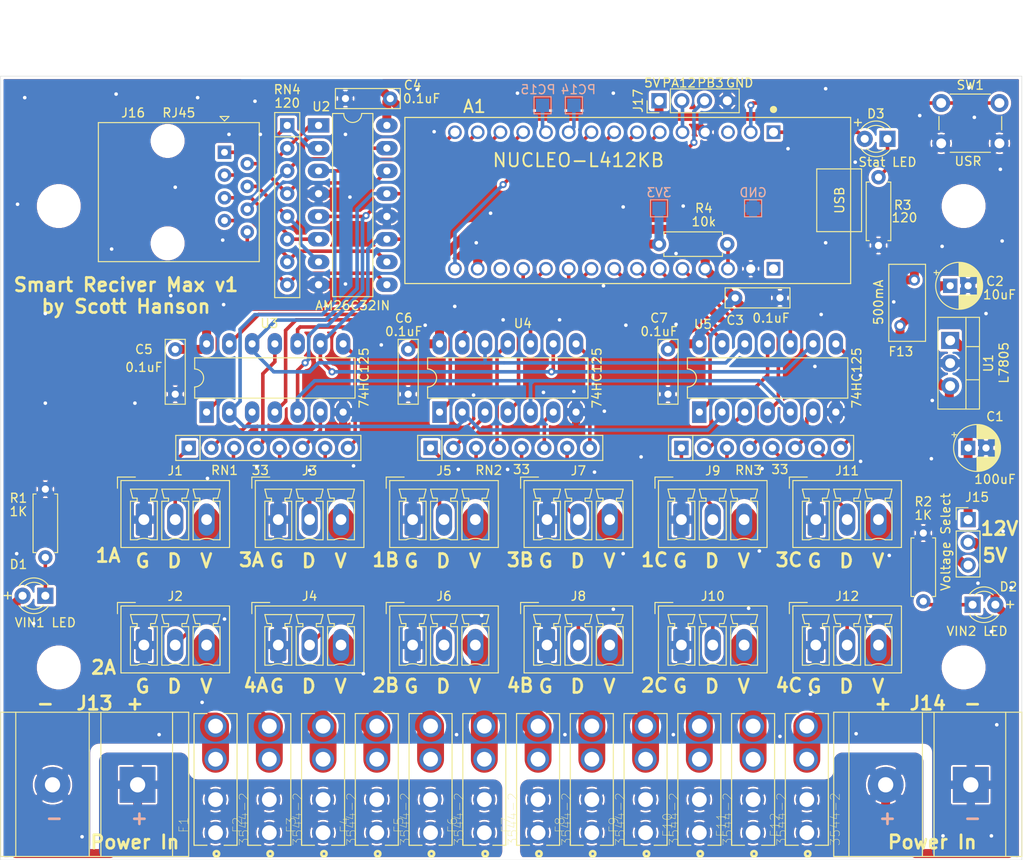
<source format=kicad_pcb>
(kicad_pcb (version 20171130) (host pcbnew "(5.1.9)-1")
  (title_block (title "Smart Reciver Max") (date 2021-02-01) (rev v1) (company "Scott Hanson"))
  (layers (0 F.Cu signal) (31 B.Cu signal) (34 B.Paste user) (35 F.Paste user) (36 B.SilkS user) (37 F.SilkS user) (38 B.Mask user) (39 F.Mask user) (44 Edge.Cuts user))
  (net 0 "")
  (net 1 GND)
  (net 2 /PWR)
  (net 3 +5V)
  (net 4 +3V3)
  (net 5 VIN2)
  (net 6 VIN1)
  (net 7 "Net-(D2-Pad1)")
  (net 8 "Net-(D3-Pad1)")
  (net 9 /Outputs/VOUT1)
  (net 10 /Outputs/VOUT2)
  (net 11 /Outputs/VOUT3)
  (net 12 /Outputs/VOUT4)
  (net 13 /Outputs/VOUT5)
  (net 14 /Outputs/VOUT6)
  (net 15 /Outputs/VOUT7)
  (net 16 /Outputs/VOUT8)
  (net 17 /Outputs/VOUT9)
  (net 18 /Outputs/VOUT10)
  (net 19 /Outputs/VOUT11)
  (net 20 /Outputs/VOUT12)
  (net 21 /Outputs/DOUT1)
  (net 22 /Outputs/DOUT2)
  (net 23 /Outputs/DOUT3)
  (net 24 /Outputs/DOUT4)
  (net 25 /Outputs/DOUT5)
  (net 26 /Outputs/DOUT6)
  (net 27 /Outputs/DOUT7)
  (net 28 /Outputs/DOUT8)
  (net 29 /Outputs/DOUT9)
  (net 30 /Outputs/DOUT10)
  (net 31 /Outputs/DOUT11)
  (net 32 /Outputs/DOUT12)
  (net 33 "Net-(RN1-Pad8)")
  (net 34 "Net-(RN1-Pad6)")
  (net 35 "Net-(RN1-Pad4)")
  (net 36 "Net-(RN1-Pad2)")
  (net 37 EN4B)
  (net 38 EN3B)
  (net 39 EN2B)
  (net 40 EN1B)
  (net 41 EN4A)
  (net 42 EN3A)
  (net 43 EN2A)
  (net 44 EN1A)
  (net 45 EN4C)
  (net 46 EN3C)
  (net 47 EN2C)
  (net 48 EN1C)
  (net 49 DATA4)
  (net 50 DATA3)
  (net 51 DATA2)
  (net 52 DATA1)
  (net 53 "Net-(A1-Pad3.1)")
  (net 54 "Net-(A1-Pad4.1)")
  (net 55 "Net-(A1-Pad3.3)")
  (net 56 "Net-(A1-Pad4.3)")
  (net 57 "Net-(A1-Pad4.13)")
  (net 58 /Serial/Serial4_N)
  (net 59 /Serial/Serial4_P)
  (net 60 /Serial/Serial2_N)
  (net 61 /Serial/Serial3_P)
  (net 62 /Serial/Serial3_N)
  (net 63 /Serial/Serial2_P)
  (net 64 /Serial/Serial1_N)
  (net 65 /Serial/Serial1_P)
  (net 66 5IN)
  (net 67 "Net-(RN3-Pad2)")
  (net 68 "Net-(RN3-Pad4)")
  (net 69 "Net-(RN3-Pad8)")
  (net 70 "Net-(RN3-Pad6)")
  (net 71 "Net-(RN2-Pad8)")
  (net 72 "Net-(RN2-Pad6)")
  (net 73 "Net-(RN2-Pad4)")
  (net 74 "Net-(RN2-Pad2)")
  (net 75 "Net-(D1-Pad1)")
  (net 76 PA10)
  (net 77 PA12)
  (net 78 PB3)
  (net 79 PC15)
  (net 80 PC14)
  (module TestPoint:TestPoint_Pad_1.5x1.5mm (layer B.Cu) (at 184 83.25)
    (fp_text reference TP4)
    (fp_text value GND (at 0 -1.75) (layer B.SilkS) (effects (justify mirror)))
    (pad 1 smd rect (at 0 0) (size 1.5 1.5) (layers B.Cu B.Mask) (net 1 GND))
  )
  (module TestPoint:TestPoint_Pad_1.5x1.5mm (layer B.Cu) (at 173.5 83.25)
    (fp_text reference TP3)
    (fp_text value 3V3 (at 0 -1.75) (layer B.SilkS) (effects (justify mirror)))
    (pad 1 smd rect (at 0 0) (size 1.5 1.5) (layers B.Cu B.Mask) (net 4 +3V3))
  )
  (module TestPoint:TestPoint_Pad_1.5x1.5mm (layer B.Cu) (at 160.5 71.75)
    (fp_text reference TP2)
    (fp_text value PC15 (at -0.5 -1.75) (layer B.SilkS) (effects (justify mirror)))
    (pad 1 smd rect (at 0 0) (size 1.5 1.5) (layers B.Cu B.Mask) (net 79 PC15))
  )
  (module TestPoint:TestPoint_Pad_1.5x1.5mm (layer B.Cu) (at 164 71.75)
    (fp_text reference TP1)
    (fp_text value PC14 (at 0.5 -1.75) (layer B.SilkS) (effects (justify mirror)))
    (pad 1 smd rect (at 0 0) (size 1.5 1.5) (layers B.Cu B.Mask) (net 80 PC14))
  )
  (module Button_Switch_THT:SW_PUSH_6mm (layer F.Cu) (at 205 71.5)
    (fp_text reference SW1 (at 3.25 -2) (layer F.SilkS))
    (fp_text value USR (at 3 6.5) (layer F.SilkS))
    (pad 1 thru_hole circle (at 6.5 0 90) (size 2 2) (drill 1.1) (layers *.Cu *.Mask) (net 76 PA10))
    (pad 2 thru_hole circle (at 6.5 4.5 90) (size 2 2) (drill 1.1) (layers *.Cu *.Mask) (net 1 GND))
    (pad 1 thru_hole circle (at 0 0 90) (size 2 2) (drill 1.1) (layers *.Cu *.Mask) (net 76 PA10))
    (pad 2 thru_hole circle (at 0 4.5 90) (size 2 2) (drill 1.1) (layers *.Cu *.Mask) (net 1 GND))
  )
  (module Resistor_THT:R_Axial_DIN0207_L6.3mm_D2.5mm_P7.62mm_Horizontal (layer F.Cu) (at 173.5 87.25)
    (fp_text reference R4 (at 5 -4) (layer F.SilkS))
    (fp_text value 10k (at 5 -2.5) (layer F.SilkS))
    (pad 2 thru_hole oval (at 7.62 0) (size 1.6 1.6) (drill 0.8) (layers *.Cu *.Mask) (net 56 "Net-(A1-Pad4.3)"))
    (pad 1 thru_hole circle (at 0 0) (size 1.6 1.6) (drill 0.8) (layers *.Cu *.Mask) (net 4 +3V3))
  )
  (module Connector_PinHeader_2.54mm:PinHeader_1x04_P2.54mm_Vertical (layer F.Cu) (at 173.5 71.25 90)
    (fp_text reference J17 (at 0 -2.33 90) (layer F.SilkS))
    (fp_text value EXT1)
    (pad 4 thru_hole oval (at 0 7.62 90) (size 1.7 1.7) (drill 1) (layers *.Cu *.Mask) (net 1 GND))
    (pad 3 thru_hole oval (at 0 5.08 90) (size 1.7 1.7) (drill 1) (layers *.Cu *.Mask) (net 78 PB3))
    (pad 2 thru_hole oval (at 0 2.54 90) (size 1.7 1.7) (drill 1) (layers *.Cu *.Mask) (net 77 PA12))
    (pad 1 thru_hole rect (at 0 0 90) (size 1.7 1.7) (drill 1) (layers *.Cu *.Mask) (net 3 +5V))
  )
  (module NUCLEO:MODULE_NUCLEO-L412KB (layer F.Cu) (at 168.5 82.38 270)
    (fp_text reference A1 (at -10.5 15.6 180) (layer F.SilkS) (effects (font (size 1.402378 1.402378) (thickness 0.2))))
    (fp_text value NUCLEO-L412KB (at -4.5 4 180) (layer F.SilkS) (effects (font (size 1.5 1.5) (thickness 0.2))))
    (fp_text user USB (at -0.0254 -25.1566 270) (layer F.SilkS))
    (pad 4.15 thru_hole circle (at 7.62 17.78 270) (size 1.53 1.53) (drill 1.02) (layers *.Cu *.Mask) (net 78 PB3))
    (pad 3.15 thru_hole circle (at -7.62 17.78 270) (size 1.53 1.53) (drill 1.02) (layers *.Cu *.Mask) (net 52 DATA1))
    (pad 4.14 thru_hole circle (at 7.62 15.24 270) (size 1.53 1.53) (drill 1.02) (layers *.Cu *.Mask) (net 4 +3V3))
    (pad 3.14 thru_hole circle (at -7.62 15.24 270) (size 1.53 1.53) (drill 1.02) (layers *.Cu *.Mask) (net 51 DATA2))
    (pad 4.13 thru_hole circle (at 7.62 12.7 270) (size 1.53 1.53) (drill 1.02) (layers *.Cu *.Mask) (net 57 "Net-(A1-Pad4.13)"))
    (pad 3.13 thru_hole circle (at -7.62 12.7 270) (size 1.53 1.53) (drill 1.02) (layers *.Cu *.Mask) (net 50 DATA3))
    (pad 4.12 thru_hole circle (at 7.62 10.16 270) (size 1.53 1.53) (drill 1.02) (layers *.Cu *.Mask) (net 40 EN1B))
    (pad 3.12 thru_hole circle (at -7.62 10.16 270) (size 1.53 1.53) (drill 1.02) (layers *.Cu *.Mask) (net 49 DATA4))
    (pad 4.11 thru_hole circle (at 7.62 7.62 270) (size 1.53 1.53) (drill 1.02) (layers *.Cu *.Mask) (net 39 EN2B))
    (pad 3.11 thru_hole circle (at -7.62 7.62 270) (size 1.53 1.53) (drill 1.02) (layers *.Cu *.Mask) (net 79 PC15))
    (pad 4.10 thru_hole circle (at 7.62 5.08 270) (size 1.53 1.53) (drill 1.02) (layers *.Cu *.Mask) (net 38 EN3B))
    (pad 3.10 thru_hole circle (at -7.62 5.08 270) (size 1.53 1.53) (drill 1.02) (layers *.Cu *.Mask) (net 80 PC14))
    (pad 4.9 thru_hole circle (at 7.62 2.54 270) (size 1.53 1.53) (drill 1.02) (layers *.Cu *.Mask) (net 37 EN4B))
    (pad 3.9 thru_hole circle (at -7.62 2.54 270) (size 1.53 1.53) (drill 1.02) (layers *.Cu *.Mask) (net 44 EN1A))
    (pad 4.8 thru_hole circle (at 7.62 0 270) (size 1.53 1.53) (drill 1.02) (layers *.Cu *.Mask) (net 48 EN1C))
    (pad 3.8 thru_hole circle (at -7.62 0 270) (size 1.53 1.53) (drill 1.02) (layers *.Cu *.Mask) (net 43 EN2A))
    (pad 4.7 thru_hole circle (at 7.62 -2.54 270) (size 1.53 1.53) (drill 1.02) (layers *.Cu *.Mask) (net 47 EN2C))
    (pad 3.7 thru_hole circle (at -7.62 -2.54 270) (size 1.53 1.53) (drill 1.02) (layers *.Cu *.Mask) (net 42 EN3A))
    (pad 4.6 thru_hole circle (at 7.62 -5.08 270) (size 1.53 1.53) (drill 1.02) (layers *.Cu *.Mask) (net 46 EN3C))
    (pad 3.6 thru_hole circle (at -7.62 -5.08 270) (size 1.53 1.53) (drill 1.02) (layers *.Cu *.Mask) (net 41 EN4A))
    (pad 4.5 thru_hole circle (at 7.62 -7.62 270) (size 1.53 1.53) (drill 1.02) (layers *.Cu *.Mask) (net 45 EN4C))
    (pad 3.5 thru_hole circle (at -7.62 -7.62 270) (size 1.53 1.53) (drill 1.02) (layers *.Cu *.Mask) (net 77 PA12))
    (pad 4.4 thru_hole circle (at 7.62 -10.16 270) (size 1.53 1.53) (drill 1.02) (layers *.Cu *.Mask) (net 3 +5V))
    (pad 3.4 thru_hole circle (at -7.62 -10.16 270) (size 1.53 1.53) (drill 1.02) (layers *.Cu *.Mask) (net 1 GND))
    (pad 4.3 thru_hole circle (at 7.62 -12.7 270) (size 1.53 1.53) (drill 1.02) (layers *.Cu *.Mask) (net 56 "Net-(A1-Pad4.3)"))
    (pad 3.3 thru_hole circle (at -7.62 -12.7 270) (size 1.53 1.53) (drill 1.02) (layers *.Cu *.Mask) (net 55 "Net-(A1-Pad3.3)"))
    (pad 4.2 thru_hole circle (at 7.62 -15.24 270) (size 1.53 1.53) (drill 1.02) (layers *.Cu *.Mask) (net 1 GND))
    (pad 3.2 thru_hole circle (at -7.62 -15.24 270) (size 1.53 1.53) (drill 1.02) (layers *.Cu *.Mask) (net 76 PA10))
    (pad 4.1 thru_hole rect (at 7.62 -17.78 270) (size 1.53 1.53) (drill 1.02) (layers *.Cu *.Mask) (net 54 "Net-(A1-Pad4.1)"))
    (pad 3.1 thru_hole rect (at -7.62 -17.78 270) (size 1.53 1.53) (drill 1.02) (layers *.Cu *.Mask) (net 53 "Net-(A1-Pad3.1)"))
  )
  (module MountingHole:MountingHole_4.3mm_M4 (layer F.Cu) (at 207.5 83)
    (fp_text reference H4)
    (fp_text value MountingHole)
    (pad 1 np_thru_hole circle (at 0 0) (size 4.3 4.3) (drill 4.3) (layers *.Cu *.Mask))
  )
  (module MountingHole:MountingHole_4.3mm_M4 (layer F.Cu) (at 207.5 134.5)
    (fp_text reference H3)
    (fp_text value MountingHole)
    (pad 1 np_thru_hole circle (at 0 0) (size 4.3 4.3) (drill 4.3) (layers *.Cu *.Mask))
  )
  (module MountingHole:MountingHole_4.3mm_M4 (layer F.Cu) (at 106.5 83)
    (fp_text reference H2)
    (fp_text value MountingHole)
    (pad 1 np_thru_hole circle (at 0 0) (size 4.3 4.3) (drill 4.3) (layers *.Cu *.Mask))
  )
  (module MountingHole:MountingHole_4.3mm_M4 (layer F.Cu) (at 106.5 134.5)
    (fp_text reference H1)
    (fp_text value MountingHole)
    (pad 1 np_thru_hole circle (at 0 0) (size 4.3 4.3) (drill 4.3) (layers *.Cu *.Mask))
  )
  (module Barrier_Blocks:BARRIER_BLOCK_1ROW_2POS_P9.5MM (layer F.Cu) (at 214 139.5 180)
    (fp_text reference J14 (at 10.5 1 180) (layer F.SilkS) (effects (font (size 1.5 1.5) (thickness 0.3))))
    (fp_text value "Power In" (at 10 -14.5) (layer F.SilkS) (effects (font (size 1.5 1.5) (thickness 0.3))))
    (pad 2 thru_hole circle (at 15.2 -8.1 180) (size 4 4) (drill 1.7) (layers *.Cu *.Mask) (net 5 VIN2))
    (pad 1 thru_hole rect (at 5.7 -8.1 180) (size 4 4) (drill 1.7) (layers *.Cu *.Mask) (net 1 GND))
  )
  (module Barrier_Blocks:BARRIER_BLOCK_1ROW_2POS_P9.5MM (layer F.Cu) (at 121 139.5 180)
    (fp_text reference J13 (at 10.5 1) (layer F.SilkS) (effects (font (size 1.5 1.5) (thickness 0.3))))
    (fp_text value "Power In" (at 6 -14.5) (layer F.SilkS) (effects (font (size 1.5 1.5) (thickness 0.3))))
    (pad 2 thru_hole circle (at 15.2 -8.1 180) (size 4 4) (drill 1.7) (layers *.Cu *.Mask) (net 1 GND))
    (pad 1 thru_hole rect (at 5.7 -8.1 180) (size 4 4) (drill 1.7) (layers *.Cu *.Mask) (net 6 VIN1))
  )
  (module Capacitor_THT:C_Rect_L7.0mm_W2.0mm_P5.00mm (layer F.Cu) (at 174.5 99 270)
    (fp_text reference C7 (at -3.5 1 180) (layer F.SilkS))
    (fp_text value 0.1uF (at -2 1 180) (layer F.SilkS))
    (pad 2 thru_hole circle (at 5 0 270) (size 1.6 1.6) (drill 0.8) (layers *.Cu *.Mask) (net 1 GND))
    (pad 1 thru_hole circle (at 0 0 270) (size 1.6 1.6) (drill 0.8) (layers *.Cu *.Mask) (net 3 +5V))
  )
  (module Connector_Phoenix_MC:PhoenixContact_MCV_1,5_3-G-3.5_1x03_P3.50mm_Vertical (layer F.Cu) (at 161 118)
    (fp_text reference J7 (at 3.5 -5.45) (layer F.SilkS))
    (fp_text value String7)
    (pad 3 thru_hole oval (at 7 0) (size 1.8 3.6) (drill 1.2) (layers *.Cu *.Mask) (net 15 /Outputs/VOUT7))
    (pad 2 thru_hole oval (at 3.5 0) (size 1.8 3.6) (drill 1.2) (layers *.Cu *.Mask) (net 27 /Outputs/DOUT7))
    (pad 1 thru_hole roundrect (at 0 0) (size 1.8 3.6) (drill 1.2) (layers *.Cu *.Mask) (roundrect_rratio 0.1388888888888889) (net 1 GND))
  )
  (module Capacitor_THT:C_Rect_L7.0mm_W2.0mm_P5.00mm (layer F.Cu) (at 182 93.25)
    (fp_text reference C3 (at 0 2.5) (layer F.SilkS))
    (fp_text value 0.1uF (at 4 2.25) (layer F.SilkS))
    (pad 2 thru_hole circle (at 5 0) (size 1.6 1.6) (drill 0.8) (layers *.Cu *.Mask) (net 1 GND))
    (pad 1 thru_hole circle (at 0 0) (size 1.6 1.6) (drill 0.8) (layers *.Cu *.Mask) (net 3 +5V))
  )
  (module Package_DIP:DIP-14_W7.62mm_LongPads (layer F.Cu) (at 178 106 90)
    (fp_text reference U5 (at 9.8 0.4 180) (layer F.SilkS))
    (fp_text value 74HC125 (at 3.81 17.57 90) (layer F.SilkS))
    (pad 14 thru_hole oval (at 7.62 0 90) (size 2.4 1.6) (drill 0.8) (layers *.Cu *.Mask) (net 3 +5V))
    (pad 7 thru_hole oval (at 0 15.24 90) (size 2.4 1.6) (drill 0.8) (layers *.Cu *.Mask) (net 1 GND))
    (pad 13 thru_hole oval (at 7.62 2.54 90) (size 2.4 1.6) (drill 0.8) (layers *.Cu *.Mask) (net 47 EN2C))
    (pad 6 thru_hole oval (at 0 12.7 90) (size 2.4 1.6) (drill 0.8) (layers *.Cu *.Mask) (net 70 "Net-(RN3-Pad6)"))
    (pad 12 thru_hole oval (at 7.62 5.08 90) (size 2.4 1.6) (drill 0.8) (layers *.Cu *.Mask) (net 51 DATA2))
    (pad 5 thru_hole oval (at 0 10.16 90) (size 2.4 1.6) (drill 0.8) (layers *.Cu *.Mask) (net 50 DATA3))
    (pad 11 thru_hole oval (at 7.62 7.62 90) (size 2.4 1.6) (drill 0.8) (layers *.Cu *.Mask) (net 68 "Net-(RN3-Pad4)"))
    (pad 4 thru_hole oval (at 0 7.62 90) (size 2.4 1.6) (drill 0.8) (layers *.Cu *.Mask) (net 46 EN3C))
    (pad 10 thru_hole oval (at 7.62 10.16 90) (size 2.4 1.6) (drill 0.8) (layers *.Cu *.Mask) (net 45 EN4C))
    (pad 3 thru_hole oval (at 0 5.08 90) (size 2.4 1.6) (drill 0.8) (layers *.Cu *.Mask) (net 67 "Net-(RN3-Pad2)"))
    (pad 9 thru_hole oval (at 7.62 12.7 90) (size 2.4 1.6) (drill 0.8) (layers *.Cu *.Mask) (net 49 DATA4))
    (pad 2 thru_hole oval (at 0 2.54 90) (size 2.4 1.6) (drill 0.8) (layers *.Cu *.Mask) (net 52 DATA1))
    (pad 8 thru_hole oval (at 7.62 15.24 90) (size 2.4 1.6) (drill 0.8) (layers *.Cu *.Mask) (net 69 "Net-(RN3-Pad8)"))
    (pad 1 thru_hole rect (at 0 0 90) (size 2.4 1.6) (drill 0.8) (layers *.Cu *.Mask) (net 48 EN1C))
  )
  (module Package_DIP:DIP-14_W7.62mm_LongPads (layer F.Cu) (at 149 106 90)
    (fp_text reference U4 (at 9.9 9.3 180) (layer F.SilkS))
    (fp_text value 74HC125 (at 3.81 17.57 90) (layer F.SilkS))
    (pad 14 thru_hole oval (at 7.62 0 90) (size 2.4 1.6) (drill 0.8) (layers *.Cu *.Mask) (net 3 +5V))
    (pad 7 thru_hole oval (at 0 15.24 90) (size 2.4 1.6) (drill 0.8) (layers *.Cu *.Mask) (net 1 GND))
    (pad 13 thru_hole oval (at 7.62 2.54 90) (size 2.4 1.6) (drill 0.8) (layers *.Cu *.Mask) (net 39 EN2B))
    (pad 6 thru_hole oval (at 0 12.7 90) (size 2.4 1.6) (drill 0.8) (layers *.Cu *.Mask) (net 72 "Net-(RN2-Pad6)"))
    (pad 12 thru_hole oval (at 7.62 5.08 90) (size 2.4 1.6) (drill 0.8) (layers *.Cu *.Mask) (net 51 DATA2))
    (pad 5 thru_hole oval (at 0 10.16 90) (size 2.4 1.6) (drill 0.8) (layers *.Cu *.Mask) (net 50 DATA3))
    (pad 11 thru_hole oval (at 7.62 7.62 90) (size 2.4 1.6) (drill 0.8) (layers *.Cu *.Mask) (net 73 "Net-(RN2-Pad4)"))
    (pad 4 thru_hole oval (at 0 7.62 90) (size 2.4 1.6) (drill 0.8) (layers *.Cu *.Mask) (net 38 EN3B))
    (pad 10 thru_hole oval (at 7.62 10.16 90) (size 2.4 1.6) (drill 0.8) (layers *.Cu *.Mask) (net 37 EN4B))
    (pad 3 thru_hole oval (at 0 5.08 90) (size 2.4 1.6) (drill 0.8) (layers *.Cu *.Mask) (net 74 "Net-(RN2-Pad2)"))
    (pad 9 thru_hole oval (at 7.62 12.7 90) (size 2.4 1.6) (drill 0.8) (layers *.Cu *.Mask) (net 49 DATA4))
    (pad 2 thru_hole oval (at 0 2.54 90) (size 2.4 1.6) (drill 0.8) (layers *.Cu *.Mask) (net 52 DATA1))
    (pad 8 thru_hole oval (at 7.62 15.24 90) (size 2.4 1.6) (drill 0.8) (layers *.Cu *.Mask) (net 71 "Net-(RN2-Pad8)"))
    (pad 1 thru_hole rect (at 0 0 90) (size 2.4 1.6) (drill 0.8) (layers *.Cu *.Mask) (net 40 EN1B))
  )
  (module Package_DIP:DIP-14_W7.62mm_LongPads (layer F.Cu) (at 123 106 90)
    (fp_text reference U3 (at 9.9 7 180) (layer F.SilkS))
    (fp_text value 74HC125 (at 3.81 17.57 90) (layer F.SilkS))
    (pad 14 thru_hole oval (at 7.62 0 90) (size 2.4 1.6) (drill 0.8) (layers *.Cu *.Mask) (net 3 +5V))
    (pad 7 thru_hole oval (at 0 15.24 90) (size 2.4 1.6) (drill 0.8) (layers *.Cu *.Mask) (net 1 GND))
    (pad 13 thru_hole oval (at 7.62 2.54 90) (size 2.4 1.6) (drill 0.8) (layers *.Cu *.Mask) (net 43 EN2A))
    (pad 6 thru_hole oval (at 0 12.7 90) (size 2.4 1.6) (drill 0.8) (layers *.Cu *.Mask) (net 34 "Net-(RN1-Pad6)"))
    (pad 12 thru_hole oval (at 7.62 5.08 90) (size 2.4 1.6) (drill 0.8) (layers *.Cu *.Mask) (net 51 DATA2))
    (pad 5 thru_hole oval (at 0 10.16 90) (size 2.4 1.6) (drill 0.8) (layers *.Cu *.Mask) (net 50 DATA3))
    (pad 11 thru_hole oval (at 7.62 7.62 90) (size 2.4 1.6) (drill 0.8) (layers *.Cu *.Mask) (net 35 "Net-(RN1-Pad4)"))
    (pad 4 thru_hole oval (at 0 7.62 90) (size 2.4 1.6) (drill 0.8) (layers *.Cu *.Mask) (net 42 EN3A))
    (pad 10 thru_hole oval (at 7.62 10.16 90) (size 2.4 1.6) (drill 0.8) (layers *.Cu *.Mask) (net 41 EN4A))
    (pad 3 thru_hole oval (at 0 5.08 90) (size 2.4 1.6) (drill 0.8) (layers *.Cu *.Mask) (net 36 "Net-(RN1-Pad2)"))
    (pad 9 thru_hole oval (at 7.62 12.7 90) (size 2.4 1.6) (drill 0.8) (layers *.Cu *.Mask) (net 49 DATA4))
    (pad 2 thru_hole oval (at 0 2.54 90) (size 2.4 1.6) (drill 0.8) (layers *.Cu *.Mask) (net 52 DATA1))
    (pad 8 thru_hole oval (at 7.62 15.24 90) (size 2.4 1.6) (drill 0.8) (layers *.Cu *.Mask) (net 33 "Net-(RN1-Pad8)"))
    (pad 1 thru_hole rect (at 0 0 90) (size 2.4 1.6) (drill 0.8) (layers *.Cu *.Mask) (net 44 EN1A))
  )
  (module Package_DIP:DIP-16_W7.62mm_LongPads (layer F.Cu) (at 135.5 74)
    (fp_text reference U2 (at 0.3 -2.1) (layer F.SilkS))
    (fp_text value AM26C32IN (at 3.81 20.11) (layer F.SilkS))
    (pad 16 thru_hole oval (at 7.62 0) (size 2.4 1.6) (drill 0.8) (layers *.Cu *.Mask) (net 3 +5V))
    (pad 8 thru_hole oval (at 0 17.78) (size 2.4 1.6) (drill 0.8) (layers *.Cu *.Mask) (net 1 GND))
    (pad 15 thru_hole oval (at 7.62 2.54) (size 2.4 1.6) (drill 0.8) (layers *.Cu *.Mask) (net 60 /Serial/Serial2_N))
    (pad 7 thru_hole oval (at 0 15.24) (size 2.4 1.6) (drill 0.8) (layers *.Cu *.Mask) (net 62 /Serial/Serial3_N))
    (pad 14 thru_hole oval (at 7.62 5.08) (size 2.4 1.6) (drill 0.8) (layers *.Cu *.Mask) (net 63 /Serial/Serial2_P))
    (pad 6 thru_hole oval (at 0 12.7) (size 2.4 1.6) (drill 0.8) (layers *.Cu *.Mask) (net 61 /Serial/Serial3_P))
    (pad 13 thru_hole oval (at 7.62 7.62) (size 2.4 1.6) (drill 0.8) (layers *.Cu *.Mask) (net 51 DATA2))
    (pad 5 thru_hole oval (at 0 10.16) (size 2.4 1.6) (drill 0.8) (layers *.Cu *.Mask) (net 50 DATA3))
    (pad 12 thru_hole oval (at 7.62 10.16) (size 2.4 1.6) (drill 0.8) (layers *.Cu *.Mask) (net 1 GND))
    (pad 4 thru_hole oval (at 0 7.62) (size 2.4 1.6) (drill 0.8) (layers *.Cu *.Mask) (net 1 GND))
    (pad 11 thru_hole oval (at 7.62 12.7) (size 2.4 1.6) (drill 0.8) (layers *.Cu *.Mask) (net 49 DATA4))
    (pad 3 thru_hole oval (at 0 5.08) (size 2.4 1.6) (drill 0.8) (layers *.Cu *.Mask) (net 52 DATA1))
    (pad 10 thru_hole oval (at 7.62 15.24) (size 2.4 1.6) (drill 0.8) (layers *.Cu *.Mask) (net 59 /Serial/Serial4_P))
    (pad 2 thru_hole oval (at 0 2.54) (size 2.4 1.6) (drill 0.8) (layers *.Cu *.Mask) (net 65 /Serial/Serial1_P))
    (pad 9 thru_hole oval (at 7.62 17.78) (size 2.4 1.6) (drill 0.8) (layers *.Cu *.Mask) (net 58 /Serial/Serial4_N))
    (pad 1 thru_hole rect (at 0 0) (size 2.4 1.6) (drill 0.8) (layers *.Cu *.Mask) (net 64 /Serial/Serial1_N))
  )
  (module Resistor_THT:R_Array_SIP8 (layer F.Cu) (at 132 74 270)
    (fp_text reference RN4 (at -4 0 180) (layer F.SilkS))
    (fp_text value 120 (at -2.5 0 180) (layer F.SilkS))
    (pad 8 thru_hole oval (at 17.78 0 270) (size 1.6 1.6) (drill 0.8) (layers *.Cu *.Mask) (net 58 /Serial/Serial4_N))
    (pad 7 thru_hole oval (at 15.24 0 270) (size 1.6 1.6) (drill 0.8) (layers *.Cu *.Mask) (net 59 /Serial/Serial4_P))
    (pad 6 thru_hole oval (at 12.7 0 270) (size 1.6 1.6) (drill 0.8) (layers *.Cu *.Mask) (net 61 /Serial/Serial3_P))
    (pad 5 thru_hole oval (at 10.16 0 270) (size 1.6 1.6) (drill 0.8) (layers *.Cu *.Mask) (net 62 /Serial/Serial3_N))
    (pad 4 thru_hole oval (at 7.62 0 270) (size 1.6 1.6) (drill 0.8) (layers *.Cu *.Mask) (net 63 /Serial/Serial2_P))
    (pad 3 thru_hole oval (at 5.08 0 270) (size 1.6 1.6) (drill 0.8) (layers *.Cu *.Mask) (net 60 /Serial/Serial2_N))
    (pad 2 thru_hole oval (at 2.54 0 270) (size 1.6 1.6) (drill 0.8) (layers *.Cu *.Mask) (net 64 /Serial/Serial1_N))
    (pad 1 thru_hole rect (at 0 0 270) (size 1.6 1.6) (drill 0.8) (layers *.Cu *.Mask) (net 65 /Serial/Serial1_P))
  )
  (module Resistor_THT:R_Axial_DIN0207_L6.3mm_D2.5mm_P7.62mm_Horizontal (layer F.Cu) (at 198 87.4 90)
    (fp_text reference R3 (at 4.5 2.7 180) (layer F.SilkS))
    (fp_text value 120 (at 3.1 2.9 180) (layer F.SilkS))
    (pad 2 thru_hole oval (at 7.62 0 90) (size 1.6 1.6) (drill 0.8) (layers *.Cu *.Mask) (net 8 "Net-(D3-Pad1)"))
    (pad 1 thru_hole circle (at 0 0 90) (size 1.6 1.6) (drill 0.8) (layers *.Cu *.Mask) (net 1 GND))
  )
  (module Resistor_THT:R_Axial_DIN0207_L6.3mm_D2.5mm_P7.62mm_Horizontal (layer F.Cu) (at 203 119.5 270)
    (fp_text reference R2 (at -3.5 0 180) (layer F.SilkS))
    (fp_text value 1K (at -2 0 180) (layer F.SilkS))
    (pad 2 thru_hole oval (at 7.62 0 270) (size 1.6 1.6) (drill 0.8) (layers *.Cu *.Mask) (net 7 "Net-(D2-Pad1)"))
    (pad 1 thru_hole circle (at 0 0 270) (size 1.6 1.6) (drill 0.8) (layers *.Cu *.Mask) (net 1 GND))
  )
  (module Resistor_THT:R_Axial_DIN0207_L6.3mm_D2.5mm_P7.62mm_Horizontal (layer F.Cu) (at 105 114.6 270)
    (fp_text reference R1 (at 1 3 180) (layer F.SilkS))
    (fp_text value 1K (at 2.5 3 180) (layer F.SilkS))
    (pad 2 thru_hole oval (at 7.62 0 270) (size 1.6 1.6) (drill 0.8) (layers *.Cu *.Mask) (net 75 "Net-(D1-Pad1)"))
    (pad 1 thru_hole circle (at 0 0 270) (size 1.6 1.6) (drill 0.8) (layers *.Cu *.Mask) (net 1 GND))
  )
  (module Fuse:Fuse_BelFuse_0ZRE0005FF_L8.3mm_W3.8mm (layer F.Cu) (at 202 91.25 270)
    (fp_text reference F13 (at 8 1.5 180) (layer F.SilkS))
    (fp_text value 500mA (at 2.5 4 90) (layer F.SilkS))
    (pad 1 thru_hole circle (at 0 0 270) (size 1.27 1.27) (drill 0.71) (layers *.Cu *.Mask) (net 3 +5V))
    (pad 2 thru_hole circle (at 5.1 1.6 270) (size 1.27 1.27) (drill 0.71) (layers *.Cu *.Mask) (net 66 5IN))
  )
  (module LED_THT:LED_D3.0mm_Clear (layer F.Cu) (at 199 75.5 180)
    (fp_text reference D3 (at 1.3 2.8) (layer F.SilkS))
    (fp_text value "Stat LED" (at 0 -2.6 180) (layer F.SilkS))
    (pad 2 thru_hole circle (at 2.54 0 180) (size 1.8 1.8) (drill 0.9) (layers *.Cu *.Mask) (net 53 "Net-(A1-Pad3.1)"))
    (pad 1 thru_hole rect (at 0 0 180) (size 1.8 1.8) (drill 0.9) (layers *.Cu *.Mask) (net 8 "Net-(D3-Pad1)"))
  )
  (module LED_THT:LED_D3.0mm_Clear (layer F.Cu) (at 208.5 127.5)
    (fp_text reference D2 (at 4 -2) (layer F.SilkS))
    (fp_text value "VIN2 LED" (at 0.5 2.96) (layer F.SilkS))
    (pad 2 thru_hole circle (at 2.54 0) (size 1.8 1.8) (drill 0.9) (layers *.Cu *.Mask) (net 5 VIN2))
    (pad 1 thru_hole rect (at 0 0) (size 1.8 1.8) (drill 0.9) (layers *.Cu *.Mask) (net 7 "Net-(D2-Pad1)"))
  )
  (module LED_THT:LED_D3.0mm_Clear (layer F.Cu) (at 105 126.5 180)
    (fp_text reference D1 (at 3 3.5) (layer F.SilkS))
    (fp_text value "VIN1 LED" (at 0 -3) (layer F.SilkS))
    (pad 2 thru_hole circle (at 2.54 0 180) (size 1.8 1.8) (drill 0.9) (layers *.Cu *.Mask) (net 6 VIN1))
    (pad 1 thru_hole rect (at 0 0 180) (size 1.8 1.8) (drill 0.9) (layers *.Cu *.Mask) (net 75 "Net-(D1-Pad1)"))
  )
  (module Capacitor_THT:C_Rect_L7.0mm_W2.0mm_P5.00mm (layer F.Cu) (at 145.5 99 270)
    (fp_text reference C6 (at -3.5 0.5 180) (layer F.SilkS))
    (fp_text value 0.1uF (at -2 0.5 180) (layer F.SilkS))
    (pad 2 thru_hole circle (at 5 0 270) (size 1.6 1.6) (drill 0.8) (layers *.Cu *.Mask) (net 1 GND))
    (pad 1 thru_hole circle (at 0 0 270) (size 1.6 1.6) (drill 0.8) (layers *.Cu *.Mask) (net 3 +5V))
  )
  (module Capacitor_THT:C_Rect_L7.0mm_W2.0mm_P5.00mm (layer F.Cu) (at 119.5 99 270)
    (fp_text reference C5 (at 0 3.5 180) (layer F.SilkS))
    (fp_text value 0.1uF (at 2 3.5 180) (layer F.SilkS))
    (pad 2 thru_hole circle (at 5 0 270) (size 1.6 1.6) (drill 0.8) (layers *.Cu *.Mask) (net 1 GND))
    (pad 1 thru_hole circle (at 0 0 270) (size 1.6 1.6) (drill 0.8) (layers *.Cu *.Mask) (net 3 +5V))
  )
  (module Capacitor_THT:C_Rect_L7.0mm_W2.0mm_P5.00mm (layer F.Cu) (at 143.5 71 180)
    (fp_text reference C4 (at -2.5 1.5) (layer F.SilkS))
    (fp_text value 0.1uF (at -3.5 0) (layer F.SilkS))
    (pad 2 thru_hole circle (at 5 0 180) (size 1.6 1.6) (drill 0.8) (layers *.Cu *.Mask) (net 1 GND))
    (pad 1 thru_hole circle (at 0 0 180) (size 1.6 1.6) (drill 0.8) (layers *.Cu *.Mask) (net 3 +5V))
  )
  (module Capacitor_THT:CP_Radial_D5.0mm_P2.00mm (layer F.Cu) (at 206 91.9)
    (fp_text reference C2 (at 5 -0.5) (layer F.SilkS))
    (fp_text value 10uF (at 5.5 1) (layer F.SilkS))
    (pad 2 thru_hole circle (at 2 0) (size 1.6 1.6) (drill 0.8) (layers *.Cu *.Mask) (net 1 GND))
    (pad 1 thru_hole rect (at 0 0) (size 1.6 1.6) (drill 0.8) (layers *.Cu *.Mask) (net 66 5IN))
  )
  (module Capacitor_THT:CP_Radial_D5.0mm_P2.00mm (layer F.Cu) (at 208 110)
    (fp_text reference C1 (at 3 -3.5) (layer F.SilkS))
    (fp_text value 100uF (at 3 3.5) (layer F.SilkS))
    (pad 2 thru_hole circle (at 2 0) (size 1.6 1.6) (drill 0.8) (layers *.Cu *.Mask) (net 1 GND))
    (pad 1 thru_hole rect (at 0 0) (size 1.6 1.6) (drill 0.8) (layers *.Cu *.Mask) (net 2 /PWR))
  )
  (module Package_TO_SOT_THT:TO-220-3_Vertical (layer F.Cu) (at 206 98 270)
    (fp_text reference U1 (at 2.54 -4.27 90) (layer F.SilkS))
    (fp_text value L7805 (at 2.5 -6 90) (layer F.SilkS))
    (pad 3 thru_hole oval (at 5.08 0 270) (size 1.905 2) (drill 1.1) (layers *.Cu *.Mask) (net 66 5IN))
    (pad 2 thru_hole oval (at 2.54 0 270) (size 1.905 2) (drill 1.1) (layers *.Cu *.Mask) (net 1 GND))
    (pad 1 thru_hole rect (at 0 0 270) (size 1.905 2) (drill 1.1) (layers *.Cu *.Mask) (net 2 /PWR))
  )
  (module Resistor_THT:R_Array_SIP8 (layer F.Cu) (at 176 110)
    (fp_text reference RN3 (at 7.5 2.5) (layer F.SilkS))
    (fp_text value 33 (at 11 2.4) (layer F.SilkS))
    (pad 8 thru_hole oval (at 17.78 0) (size 1.6 1.6) (drill 0.8) (layers *.Cu *.Mask) (net 69 "Net-(RN3-Pad8)"))
    (pad 7 thru_hole oval (at 15.24 0) (size 1.6 1.6) (drill 0.8) (layers *.Cu *.Mask) (net 32 /Outputs/DOUT12))
    (pad 6 thru_hole oval (at 12.7 0) (size 1.6 1.6) (drill 0.8) (layers *.Cu *.Mask) (net 70 "Net-(RN3-Pad6)"))
    (pad 5 thru_hole oval (at 10.16 0) (size 1.6 1.6) (drill 0.8) (layers *.Cu *.Mask) (net 31 /Outputs/DOUT11))
    (pad 4 thru_hole oval (at 7.62 0) (size 1.6 1.6) (drill 0.8) (layers *.Cu *.Mask) (net 68 "Net-(RN3-Pad4)"))
    (pad 3 thru_hole oval (at 5.08 0) (size 1.6 1.6) (drill 0.8) (layers *.Cu *.Mask) (net 30 /Outputs/DOUT10))
    (pad 2 thru_hole oval (at 2.54 0) (size 1.6 1.6) (drill 0.8) (layers *.Cu *.Mask) (net 67 "Net-(RN3-Pad2)"))
    (pad 1 thru_hole rect (at 0 0) (size 1.6 1.6) (drill 0.8) (layers *.Cu *.Mask) (net 29 /Outputs/DOUT9))
  )
  (module Resistor_THT:R_Array_SIP8 (layer F.Cu) (at 148 110)
    (fp_text reference RN2 (at 6.5 2.5) (layer F.SilkS))
    (fp_text value 33 (at 10.16 2.4) (layer F.SilkS))
    (pad 8 thru_hole oval (at 17.78 0) (size 1.6 1.6) (drill 0.8) (layers *.Cu *.Mask) (net 71 "Net-(RN2-Pad8)"))
    (pad 7 thru_hole oval (at 15.24 0) (size 1.6 1.6) (drill 0.8) (layers *.Cu *.Mask) (net 28 /Outputs/DOUT8))
    (pad 6 thru_hole oval (at 12.7 0) (size 1.6 1.6) (drill 0.8) (layers *.Cu *.Mask) (net 72 "Net-(RN2-Pad6)"))
    (pad 5 thru_hole oval (at 10.16 0) (size 1.6 1.6) (drill 0.8) (layers *.Cu *.Mask) (net 27 /Outputs/DOUT7))
    (pad 4 thru_hole oval (at 7.62 0) (size 1.6 1.6) (drill 0.8) (layers *.Cu *.Mask) (net 73 "Net-(RN2-Pad4)"))
    (pad 3 thru_hole oval (at 5.08 0) (size 1.6 1.6) (drill 0.8) (layers *.Cu *.Mask) (net 26 /Outputs/DOUT6))
    (pad 2 thru_hole oval (at 2.54 0) (size 1.6 1.6) (drill 0.8) (layers *.Cu *.Mask) (net 74 "Net-(RN2-Pad2)"))
    (pad 1 thru_hole rect (at 0 0) (size 1.6 1.6) (drill 0.8) (layers *.Cu *.Mask) (net 25 /Outputs/DOUT5))
  )
  (module Resistor_THT:R_Array_SIP8 (layer F.Cu) (at 121 110)
    (fp_text reference RN1 (at 4 2.5) (layer F.SilkS))
    (fp_text value 33 (at 8 2.5) (layer F.SilkS))
    (pad 8 thru_hole oval (at 17.78 0) (size 1.6 1.6) (drill 0.8) (layers *.Cu *.Mask) (net 33 "Net-(RN1-Pad8)"))
    (pad 7 thru_hole oval (at 15.24 0) (size 1.6 1.6) (drill 0.8) (layers *.Cu *.Mask) (net 24 /Outputs/DOUT4))
    (pad 6 thru_hole oval (at 12.7 0) (size 1.6 1.6) (drill 0.8) (layers *.Cu *.Mask) (net 34 "Net-(RN1-Pad6)"))
    (pad 5 thru_hole oval (at 10.16 0) (size 1.6 1.6) (drill 0.8) (layers *.Cu *.Mask) (net 23 /Outputs/DOUT3))
    (pad 4 thru_hole oval (at 7.62 0) (size 1.6 1.6) (drill 0.8) (layers *.Cu *.Mask) (net 35 "Net-(RN1-Pad4)"))
    (pad 3 thru_hole oval (at 5.08 0) (size 1.6 1.6) (drill 0.8) (layers *.Cu *.Mask) (net 22 /Outputs/DOUT2))
    (pad 2 thru_hole oval (at 2.54 0) (size 1.6 1.6) (drill 0.8) (layers *.Cu *.Mask) (net 36 "Net-(RN1-Pad2)"))
    (pad 1 thru_hole rect (at 0 0) (size 1.6 1.6) (drill 0.8) (layers *.Cu *.Mask) (net 21 /Outputs/DOUT1))
  )
  (module Connector_PinHeader_2.54mm:PinHeader_1x03_P2.54mm_Vertical (layer F.Cu) (at 208 118)
    (fp_text reference J15 (at 1 -2.5 180) (layer F.SilkS))
    (fp_text value VIN_Voltage)
    (pad 3 thru_hole oval (at 0 5.08) (size 1.7 1.7) (drill 1) (layers *.Cu *.Mask) (net 66 5IN))
    (pad 2 thru_hole oval (at 0 2.54) (size 1.7 1.7) (drill 1) (layers *.Cu *.Mask) (net 5 VIN2))
    (pad 1 thru_hole rect (at 0 0) (size 1.7 1.7) (drill 1) (layers *.Cu *.Mask) (net 2 /PWR))
  )
  (module Connector_RJ:RJ45_Amphenol_54602-x08_Horizontal (layer F.Cu) (at 125 77 270)
    (fp_text reference J16 (at -4.4 10.2) (layer F.SilkS))
    (fp_text value RJ45 (at -4.4 5.1 180) (layer F.SilkS))
    (pad 8 thru_hole circle (at 8.89 -2.54 270) (size 1.5 1.5) (drill 0.76) (layers *.Cu *.Mask) (net 58 /Serial/Serial4_N))
    (pad 7 thru_hole circle (at 7.62 0 270) (size 1.5 1.5) (drill 0.76) (layers *.Cu *.Mask) (net 59 /Serial/Serial4_P))
    (pad 6 thru_hole circle (at 6.35 -2.54 270) (size 1.5 1.5) (drill 0.76) (layers *.Cu *.Mask) (net 60 /Serial/Serial2_N))
    (pad 5 thru_hole circle (at 5.08 0 270) (size 1.5 1.5) (drill 0.76) (layers *.Cu *.Mask) (net 61 /Serial/Serial3_P))
    (pad 4 thru_hole circle (at 3.81 -2.54 270) (size 1.5 1.5) (drill 0.76) (layers *.Cu *.Mask) (net 62 /Serial/Serial3_N))
    (pad 3 thru_hole circle (at 2.54 0 270) (size 1.5 1.5) (drill 0.76) (layers *.Cu *.Mask) (net 63 /Serial/Serial2_P))
    (pad 2 thru_hole circle (at 1.27 -2.54 270) (size 1.5 1.5) (drill 0.76) (layers *.Cu *.Mask) (net 64 /Serial/Serial1_N))
    (pad 1 thru_hole rect (at 0 0 270) (size 1.5 1.5) (drill 0.76) (layers *.Cu *.Mask) (net 65 /Serial/Serial1_P))
    (pad "" np_thru_hole circle (at -1.27 6.35 270) (size 3.2 3.2) (drill 3.2) (layers *.Cu *.Mask))
    (pad "" np_thru_hole circle (at 10.16 6.35 270) (size 3.2 3.2) (drill 3.2) (layers *.Cu *.Mask))
  )
  (module Connector_Phoenix_MC:PhoenixContact_MCV_1,5_3-G-3.5_1x03_P3.50mm_Vertical (layer F.Cu) (at 191 132)
    (fp_text reference J12 (at 3.5 -5.45) (layer F.SilkS))
    (fp_text value String12)
    (pad 3 thru_hole oval (at 7 0) (size 1.8 3.6) (drill 1.2) (layers *.Cu *.Mask) (net 20 /Outputs/VOUT12))
    (pad 2 thru_hole oval (at 3.5 0) (size 1.8 3.6) (drill 1.2) (layers *.Cu *.Mask) (net 32 /Outputs/DOUT12))
    (pad 1 thru_hole roundrect (at 0 0) (size 1.8 3.6) (drill 1.2) (layers *.Cu *.Mask) (roundrect_rratio 0.1388888888888889) (net 1 GND))
  )
  (module Connector_Phoenix_MC:PhoenixContact_MCV_1,5_3-G-3.5_1x03_P3.50mm_Vertical (layer F.Cu) (at 191 118)
    (fp_text reference J11 (at 3.5 -5.45) (layer F.SilkS))
    (fp_text value String11)
    (pad 3 thru_hole oval (at 7 0) (size 1.8 3.6) (drill 1.2) (layers *.Cu *.Mask) (net 19 /Outputs/VOUT11))
    (pad 2 thru_hole oval (at 3.5 0) (size 1.8 3.6) (drill 1.2) (layers *.Cu *.Mask) (net 31 /Outputs/DOUT11))
    (pad 1 thru_hole roundrect (at 0 0) (size 1.8 3.6) (drill 1.2) (layers *.Cu *.Mask) (roundrect_rratio 0.1388888888888889) (net 1 GND))
  )
  (module Connector_Phoenix_MC:PhoenixContact_MCV_1,5_3-G-3.5_1x03_P3.50mm_Vertical (layer F.Cu) (at 176 132)
    (fp_text reference J10 (at 3.5 -5.45) (layer F.SilkS))
    (fp_text value String10)
    (pad 3 thru_hole oval (at 7 0) (size 1.8 3.6) (drill 1.2) (layers *.Cu *.Mask) (net 18 /Outputs/VOUT10))
    (pad 2 thru_hole oval (at 3.5 0) (size 1.8 3.6) (drill 1.2) (layers *.Cu *.Mask) (net 30 /Outputs/DOUT10))
    (pad 1 thru_hole roundrect (at 0 0) (size 1.8 3.6) (drill 1.2) (layers *.Cu *.Mask) (roundrect_rratio 0.1388888888888889) (net 1 GND))
  )
  (module Connector_Phoenix_MC:PhoenixContact_MCV_1,5_3-G-3.5_1x03_P3.50mm_Vertical (layer F.Cu) (at 176 118)
    (fp_text reference J9 (at 3.5 -5.45) (layer F.SilkS))
    (fp_text value String9)
    (pad 3 thru_hole oval (at 7 0) (size 1.8 3.6) (drill 1.2) (layers *.Cu *.Mask) (net 17 /Outputs/VOUT9))
    (pad 2 thru_hole oval (at 3.5 0) (size 1.8 3.6) (drill 1.2) (layers *.Cu *.Mask) (net 29 /Outputs/DOUT9))
    (pad 1 thru_hole roundrect (at 0 0) (size 1.8 3.6) (drill 1.2) (layers *.Cu *.Mask) (roundrect_rratio 0.1388888888888889) (net 1 GND))
  )
  (module Connector_Phoenix_MC:PhoenixContact_MCV_1,5_3-G-3.5_1x03_P3.50mm_Vertical (layer F.Cu) (at 161 132)
    (fp_text reference J8 (at 3.5 -5.45) (layer F.SilkS))
    (fp_text value String8)
    (pad 3 thru_hole oval (at 7 0) (size 1.8 3.6) (drill 1.2) (layers *.Cu *.Mask) (net 16 /Outputs/VOUT8))
    (pad 2 thru_hole oval (at 3.5 0) (size 1.8 3.6) (drill 1.2) (layers *.Cu *.Mask) (net 28 /Outputs/DOUT8))
    (pad 1 thru_hole roundrect (at 0 0) (size 1.8 3.6) (drill 1.2) (layers *.Cu *.Mask) (roundrect_rratio 0.1388888888888889) (net 1 GND))
  )
  (module Connector_Phoenix_MC:PhoenixContact_MCV_1,5_3-G-3.5_1x03_P3.50mm_Vertical (layer F.Cu) (at 146 132)
    (fp_text reference J6 (at 3.5 -5.45) (layer F.SilkS))
    (fp_text value String6)
    (pad 3 thru_hole oval (at 7 0) (size 1.8 3.6) (drill 1.2) (layers *.Cu *.Mask) (net 14 /Outputs/VOUT6))
    (pad 2 thru_hole oval (at 3.5 0) (size 1.8 3.6) (drill 1.2) (layers *.Cu *.Mask) (net 26 /Outputs/DOUT6))
    (pad 1 thru_hole roundrect (at 0 0) (size 1.8 3.6) (drill 1.2) (layers *.Cu *.Mask) (roundrect_rratio 0.1388888888888889) (net 1 GND))
  )
  (module Connector_Phoenix_MC:PhoenixContact_MCV_1,5_3-G-3.5_1x03_P3.50mm_Vertical (layer F.Cu) (at 146 118)
    (fp_text reference J5 (at 3.5 -5.45) (layer F.SilkS))
    (fp_text value String5)
    (pad 3 thru_hole oval (at 7 0) (size 1.8 3.6) (drill 1.2) (layers *.Cu *.Mask) (net 13 /Outputs/VOUT5))
    (pad 2 thru_hole oval (at 3.5 0) (size 1.8 3.6) (drill 1.2) (layers *.Cu *.Mask) (net 25 /Outputs/DOUT5))
    (pad 1 thru_hole roundrect (at 0 0) (size 1.8 3.6) (drill 1.2) (layers *.Cu *.Mask) (roundrect_rratio 0.1388888888888889) (net 1 GND))
  )
  (module Connector_Phoenix_MC:PhoenixContact_MCV_1,5_3-G-3.5_1x03_P3.50mm_Vertical (layer F.Cu) (at 131 132)
    (fp_text reference J4 (at 3.5 -5.45) (layer F.SilkS))
    (fp_text value String4)
    (pad 3 thru_hole oval (at 7 0) (size 1.8 3.6) (drill 1.2) (layers *.Cu *.Mask) (net 12 /Outputs/VOUT4))
    (pad 2 thru_hole oval (at 3.5 0) (size 1.8 3.6) (drill 1.2) (layers *.Cu *.Mask) (net 24 /Outputs/DOUT4))
    (pad 1 thru_hole roundrect (at 0 0) (size 1.8 3.6) (drill 1.2) (layers *.Cu *.Mask) (roundrect_rratio 0.1388888888888889) (net 1 GND))
  )
  (module Connector_Phoenix_MC:PhoenixContact_MCV_1,5_3-G-3.5_1x03_P3.50mm_Vertical (layer F.Cu) (at 131 118)
    (fp_text reference J3 (at 3.5 -5.45) (layer F.SilkS))
    (fp_text value String3)
    (pad 3 thru_hole oval (at 7 0) (size 1.8 3.6) (drill 1.2) (layers *.Cu *.Mask) (net 11 /Outputs/VOUT3))
    (pad 2 thru_hole oval (at 3.5 0) (size 1.8 3.6) (drill 1.2) (layers *.Cu *.Mask) (net 23 /Outputs/DOUT3))
    (pad 1 thru_hole roundrect (at 0 0) (size 1.8 3.6) (drill 1.2) (layers *.Cu *.Mask) (roundrect_rratio 0.1388888888888889) (net 1 GND))
  )
  (module Connector_Phoenix_MC:PhoenixContact_MCV_1,5_3-G-3.5_1x03_P3.50mm_Vertical (layer F.Cu) (at 116 132)
    (fp_text reference J2 (at 3.5 -5.45) (layer F.SilkS))
    (fp_text value String2)
    (pad 3 thru_hole oval (at 7 0) (size 1.8 3.6) (drill 1.2) (layers *.Cu *.Mask) (net 10 /Outputs/VOUT2))
    (pad 2 thru_hole oval (at 3.5 0) (size 1.8 3.6) (drill 1.2) (layers *.Cu *.Mask) (net 22 /Outputs/DOUT2))
    (pad 1 thru_hole roundrect (at 0 0) (size 1.8 3.6) (drill 1.2) (layers *.Cu *.Mask) (roundrect_rratio 0.1388888888888889) (net 1 GND))
  )
  (module Connector_Phoenix_MC:PhoenixContact_MCV_1,5_3-G-3.5_1x03_P3.50mm_Vertical (layer F.Cu) (at 116 118)
    (fp_text reference J1 (at 3.5 -5.45) (layer F.SilkS))
    (fp_text value String1)
    (pad 3 thru_hole oval (at 7 0) (size 1.8 3.6) (drill 1.2) (layers *.Cu *.Mask) (net 9 /Outputs/VOUT1))
    (pad 2 thru_hole oval (at 3.5 0) (size 1.8 3.6) (drill 1.2) (layers *.Cu *.Mask) (net 21 /Outputs/DOUT1))
    (pad 1 thru_hole roundrect (at 0 0) (size 1.8 3.6) (drill 1.2) (layers *.Cu *.Mask) (roundrect_rratio 0.1388888888888889) (net 1 GND))
  )
  (module Keystone_Fuse:FUSE_3544-2 (layer F.Cu) (at 190 147 90)
    (fp_text reference F12 (at -5.08 -3.556 90) (layer F.SilkS) (effects (font (thickness 0.05))))
    (fp_text value 3544-2 (at -4.445 3.175 90) (layer F.SilkS) (effects (font (thickness 0.05))))
    (pad 2_2 thru_hole circle (at 5.95 0 90) (size 2.475 2.475) (drill 1.65) (layers *.Cu *.Mask) (net 20 /Outputs/VOUT12))
    (pad 1_1 thru_hole circle (at -5.95 0 90) (size 2.475 2.475) (drill 1.65) (layers *.Cu *.Mask) (net 5 VIN2))
    (pad 2_1 thru_hole circle (at 2.25 0 90) (size 2.475 2.475) (drill 1.65) (layers *.Cu *.Mask) (net 20 /Outputs/VOUT12))
    (pad 1_2 thru_hole circle (at -2.25 0 90) (size 2.475 2.475) (drill 1.65) (layers *.Cu *.Mask) (net 5 VIN2))
  )
  (module Keystone_Fuse:FUSE_3544-2 (layer F.Cu) (at 184 147 90)
    (fp_text reference F11 (at -5.08 -3.556 90) (layer F.SilkS) (effects (font (thickness 0.05))))
    (fp_text value 3544-2 (at -4.445 3.175 90) (layer F.SilkS) (effects (font (thickness 0.05))))
    (pad 2_2 thru_hole circle (at 5.95 0 90) (size 2.475 2.475) (drill 1.65) (layers *.Cu *.Mask) (net 19 /Outputs/VOUT11))
    (pad 1_1 thru_hole circle (at -5.95 0 90) (size 2.475 2.475) (drill 1.65) (layers *.Cu *.Mask) (net 5 VIN2))
    (pad 2_1 thru_hole circle (at 2.25 0 90) (size 2.475 2.475) (drill 1.65) (layers *.Cu *.Mask) (net 19 /Outputs/VOUT11))
    (pad 1_2 thru_hole circle (at -2.25 0 90) (size 2.475 2.475) (drill 1.65) (layers *.Cu *.Mask) (net 5 VIN2))
  )
  (module Keystone_Fuse:FUSE_3544-2 (layer F.Cu) (at 178 147 90)
    (fp_text reference F10 (at -5.08 -3.556 90) (layer F.SilkS) (effects (font (thickness 0.05))))
    (fp_text value 3544-2 (at -4.445 3.175 90) (layer F.SilkS) (effects (font (thickness 0.05))))
    (pad 2_2 thru_hole circle (at 5.95 0 90) (size 2.475 2.475) (drill 1.65) (layers *.Cu *.Mask) (net 18 /Outputs/VOUT10))
    (pad 1_1 thru_hole circle (at -5.95 0 90) (size 2.475 2.475) (drill 1.65) (layers *.Cu *.Mask) (net 5 VIN2))
    (pad 2_1 thru_hole circle (at 2.25 0 90) (size 2.475 2.475) (drill 1.65) (layers *.Cu *.Mask) (net 18 /Outputs/VOUT10))
    (pad 1_2 thru_hole circle (at -2.25 0 90) (size 2.475 2.475) (drill 1.65) (layers *.Cu *.Mask) (net 5 VIN2))
  )
  (module Keystone_Fuse:FUSE_3544-2 (layer F.Cu) (at 172 147 90)
    (fp_text reference F9 (at -5.08 -3.556 90) (layer F.SilkS) (effects (font (thickness 0.05))))
    (fp_text value 3544-2 (at -4.445 3.175 90) (layer F.SilkS) (effects (font (thickness 0.05))))
    (pad 2_2 thru_hole circle (at 5.95 0 90) (size 2.475 2.475) (drill 1.65) (layers *.Cu *.Mask) (net 17 /Outputs/VOUT9))
    (pad 1_1 thru_hole circle (at -5.95 0 90) (size 2.475 2.475) (drill 1.65) (layers *.Cu *.Mask) (net 5 VIN2))
    (pad 2_1 thru_hole circle (at 2.25 0 90) (size 2.475 2.475) (drill 1.65) (layers *.Cu *.Mask) (net 17 /Outputs/VOUT9))
    (pad 1_2 thru_hole circle (at -2.25 0 90) (size 2.475 2.475) (drill 1.65) (layers *.Cu *.Mask) (net 5 VIN2))
  )
  (module Keystone_Fuse:FUSE_3544-2 (layer F.Cu) (at 166 147 90)
    (fp_text reference F8 (at -5.08 -3.556 90) (layer F.SilkS) (effects (font (thickness 0.05))))
    (fp_text value 3544-2 (at -4.445 3.175 90) (layer F.SilkS) (effects (font (thickness 0.05))))
    (pad 2_2 thru_hole circle (at 5.95 0 90) (size 2.475 2.475) (drill 1.65) (layers *.Cu *.Mask) (net 16 /Outputs/VOUT8))
    (pad 1_1 thru_hole circle (at -5.95 0 90) (size 2.475 2.475) (drill 1.65) (layers *.Cu *.Mask) (net 5 VIN2))
    (pad 2_1 thru_hole circle (at 2.25 0 90) (size 2.475 2.475) (drill 1.65) (layers *.Cu *.Mask) (net 16 /Outputs/VOUT8))
    (pad 1_2 thru_hole circle (at -2.25 0 90) (size 2.475 2.475) (drill 1.65) (layers *.Cu *.Mask) (net 5 VIN2))
  )
  (module Keystone_Fuse:FUSE_3544-2 (layer F.Cu) (at 160 147 90)
    (fp_text reference F7 (at -5.08 -3.556 90) (layer F.SilkS) (effects (font (thickness 0.05))))
    (fp_text value 3544-2 (at -4.445 3.175 90) (layer F.SilkS) (effects (font (thickness 0.05))))
    (pad 2_2 thru_hole circle (at 5.95 0 90) (size 2.475 2.475) (drill 1.65) (layers *.Cu *.Mask) (net 15 /Outputs/VOUT7))
    (pad 1_1 thru_hole circle (at -5.95 0 90) (size 2.475 2.475) (drill 1.65) (layers *.Cu *.Mask) (net 5 VIN2))
    (pad 2_1 thru_hole circle (at 2.25 0 90) (size 2.475 2.475) (drill 1.65) (layers *.Cu *.Mask) (net 15 /Outputs/VOUT7))
    (pad 1_2 thru_hole circle (at -2.25 0 90) (size 2.475 2.475) (drill 1.65) (layers *.Cu *.Mask) (net 5 VIN2))
  )
  (module Keystone_Fuse:FUSE_3544-2 (layer F.Cu) (at 154 147 90)
    (fp_text reference F6 (at -5.08 -3.556 90) (layer F.SilkS) (effects (font (thickness 0.05))))
    (fp_text value 3544-2 (at -4.445 3.175 90) (layer F.SilkS) (effects (font (thickness 0.05))))
    (pad 2_2 thru_hole circle (at 5.95 0 90) (size 2.475 2.475) (drill 1.65) (layers *.Cu *.Mask) (net 14 /Outputs/VOUT6))
    (pad 1_1 thru_hole circle (at -5.95 0 90) (size 2.475 2.475) (drill 1.65) (layers *.Cu *.Mask) (net 6 VIN1))
    (pad 2_1 thru_hole circle (at 2.25 0 90) (size 2.475 2.475) (drill 1.65) (layers *.Cu *.Mask) (net 14 /Outputs/VOUT6))
    (pad 1_2 thru_hole circle (at -2.25 0 90) (size 2.475 2.475) (drill 1.65) (layers *.Cu *.Mask) (net 6 VIN1))
  )
  (module Keystone_Fuse:FUSE_3544-2 (layer F.Cu) (at 148 147 90)
    (fp_text reference F5 (at -5.08 -3.556 90) (layer F.SilkS) (effects (font (thickness 0.05))))
    (fp_text value 3544-2 (at -4.445 3.175 90) (layer F.SilkS) (effects (font (thickness 0.05))))
    (pad 2_2 thru_hole circle (at 5.95 0 90) (size 2.475 2.475) (drill 1.65) (layers *.Cu *.Mask) (net 13 /Outputs/VOUT5))
    (pad 1_1 thru_hole circle (at -5.95 0 90) (size 2.475 2.475) (drill 1.65) (layers *.Cu *.Mask) (net 6 VIN1))
    (pad 2_1 thru_hole circle (at 2.25 0 90) (size 2.475 2.475) (drill 1.65) (layers *.Cu *.Mask) (net 13 /Outputs/VOUT5))
    (pad 1_2 thru_hole circle (at -2.25 0 90) (size 2.475 2.475) (drill 1.65) (layers *.Cu *.Mask) (net 6 VIN1))
  )
  (module Keystone_Fuse:FUSE_3544-2 (layer F.Cu) (at 142 147 90)
    (fp_text reference F4 (at -5.08 -3.556 90) (layer F.SilkS) (effects (font (thickness 0.05))))
    (fp_text value 3544-2 (at -4.445 3.175 90) (layer F.SilkS) (effects (font (thickness 0.05))))
    (pad 2_2 thru_hole circle (at 5.95 0 90) (size 2.475 2.475) (drill 1.65) (layers *.Cu *.Mask) (net 12 /Outputs/VOUT4))
    (pad 1_1 thru_hole circle (at -5.95 0 90) (size 2.475 2.475) (drill 1.65) (layers *.Cu *.Mask) (net 6 VIN1))
    (pad 2_1 thru_hole circle (at 2.25 0 90) (size 2.475 2.475) (drill 1.65) (layers *.Cu *.Mask) (net 12 /Outputs/VOUT4))
    (pad 1_2 thru_hole circle (at -2.25 0 90) (size 2.475 2.475) (drill 1.65) (layers *.Cu *.Mask) (net 6 VIN1))
  )
  (module Keystone_Fuse:FUSE_3544-2 (layer F.Cu) (at 136 147 90)
    (fp_text reference F3 (at -5.08 -3.556 90) (layer F.SilkS) (effects (font (thickness 0.05))))
    (fp_text value 3544-2 (at -4.445 3.175 90) (layer F.SilkS) (effects (font (thickness 0.05))))
    (pad 2_2 thru_hole circle (at 5.95 0 90) (size 2.475 2.475) (drill 1.65) (layers *.Cu *.Mask) (net 11 /Outputs/VOUT3))
    (pad 1_1 thru_hole circle (at -5.95 0 90) (size 2.475 2.475) (drill 1.65) (layers *.Cu *.Mask) (net 6 VIN1))
    (pad 2_1 thru_hole circle (at 2.25 0 90) (size 2.475 2.475) (drill 1.65) (layers *.Cu *.Mask) (net 11 /Outputs/VOUT3))
    (pad 1_2 thru_hole circle (at -2.25 0 90) (size 2.475 2.475) (drill 1.65) (layers *.Cu *.Mask) (net 6 VIN1))
  )
  (module Keystone_Fuse:FUSE_3544-2 (layer F.Cu) (at 130 147 90)
    (fp_text reference F2 (at -5.08 -3.556 90) (layer F.SilkS) (effects (font (thickness 0.05))))
    (fp_text value 3544-2 (at -4.445 3.175 90) (layer F.SilkS) (effects (font (thickness 0.05))))
    (pad 2_2 thru_hole circle (at 5.95 0 90) (size 2.475 2.475) (drill 1.65) (layers *.Cu *.Mask) (net 10 /Outputs/VOUT2))
    (pad 1_1 thru_hole circle (at -5.95 0 90) (size 2.475 2.475) (drill 1.65) (layers *.Cu *.Mask) (net 6 VIN1))
    (pad 2_1 thru_hole circle (at 2.25 0 90) (size 2.475 2.475) (drill 1.65) (layers *.Cu *.Mask) (net 10 /Outputs/VOUT2))
    (pad 1_2 thru_hole circle (at -2.25 0 90) (size 2.475 2.475) (drill 1.65) (layers *.Cu *.Mask) (net 6 VIN1))
  )
  (module Keystone_Fuse:FUSE_3544-2 (layer F.Cu) (at 124 147 90)
    (fp_text reference F1 (at -5.08 -3.556 90) (layer F.SilkS) (effects (font (thickness 0.05))))
    (fp_text value 3544-2 (at -4.445 3.175 90) (layer F.SilkS) (effects (font (thickness 0.05))))
    (pad 2_2 thru_hole circle (at 5.95 0 90) (size 2.475 2.475) (drill 1.65) (layers *.Cu *.Mask) (net 9 /Outputs/VOUT1))
    (pad 1_1 thru_hole circle (at -5.95 0 90) (size 2.475 2.475) (drill 1.65) (layers *.Cu *.Mask) (net 6 VIN1))
    (pad 2_1 thru_hole circle (at 2.25 0 90) (size 2.475 2.475) (drill 1.65) (layers *.Cu *.Mask) (net 9 /Outputs/VOUT1))
    (pad 1_2 thru_hole circle (at -2.25 0 90) (size 2.475 2.475) (drill 1.65) (layers *.Cu *.Mask) (net 6 VIN1))
  )
  (gr_text + (at 100.8 126.4) (layer F.SilkS) (effects (font (size 1 1))))
  (gr_text + (at 212.7 127.4) (layer F.SilkS) (effects (font (size 1 1))))
  (gr_text + (at 195.7 73.6) (layer F.SilkS) (effects (font (size 1 1))))
  (gr_text GND (at 182.5 69.25) (layer F.SilkS) (effects (font (size 1 1))))
  (gr_text PB3 (at 179.25 69.25) (layer F.SilkS) (effects (font (size 1 1))))
  (gr_text PA12 (at 175.75 69.25) (layer F.SilkS) (effects (font (size 1 1))))
  (gr_text 5V (at 172.75 69.25) (layer F.SilkS) (effects (font (size 1 1))))
  (gr_text "Smart Reciver Max v1\nby Scott Hanson" (at 114 93) (layer F.SilkS) (effects (font (size 1.5 1.5) (thickness 0.3))))
  (gr_text 1C (at 173 122.5) (layer F.SilkS) (effects (font (size 1.5 1.5) (thickness 0.3))))
  (gr_text 3C (at 188 122.5) (layer F.SilkS) (effects (font (size 1.5 1.5) (thickness 0.3))))
  (gr_text 4C (at 188 136.5) (layer F.SilkS) (effects (font (size 1.5 1.5) (thickness 0.3))))
  (gr_text 2C (at 173 136.5) (layer F.SilkS) (effects (font (size 1.5 1.5) (thickness 0.3))))
  (gr_text 4B (at 158 136.5) (layer F.SilkS) (effects (font (size 1.5 1.5) (thickness 0.3))))
  (gr_text 3B (at 158 122.5) (layer F.SilkS) (effects (font (size 1.5 1.5) (thickness 0.3))))
  (gr_text 2B (at 143 136.5) (layer F.SilkS) (effects (font (size 1.5 1.5) (thickness 0.3))))
  (gr_text 1B (at 143 122.5) (layer F.SilkS) (effects (font (size 1.5 1.5) (thickness 0.3))))
  (gr_text 4A (at 128.5 136.5) (layer F.SilkS) (effects (font (size 1.5 1.5) (thickness 0.3))))
  (gr_text 3A (at 128 122.5) (layer F.SilkS) (effects (font (size 1.5 1.5) (thickness 0.3))))
  (gr_text 2A (at 111.5 134.5) (layer F.SilkS) (effects (font (size 1.5 1.5) (thickness 0.3))))
  (gr_text 1A (at 112 122) (layer F.SilkS) (effects (font (size 1.5 1.5) (thickness 0.3))))
  (gr_text V (at 197.965 136.6102) (layer F.SilkS) (effects (font (size 1.5 1.5) (thickness 0.3))))
  (gr_text G (at 190.853 136.6102) (layer F.SilkS) (effects (font (size 1.5 1.5) (thickness 0.3))))
  (gr_text D (at 194.409 136.6102) (layer F.SilkS) (effects (font (size 1.5 1.5) (thickness 0.3))))
  (gr_text V (at 197.965 122.6102) (layer F.SilkS) (effects (font (size 1.5 1.5) (thickness 0.3))))
  (gr_text G (at 190.853 122.6102) (layer F.SilkS) (effects (font (size 1.5 1.5) (thickness 0.3))))
  (gr_text D (at 194.409 122.6102) (layer F.SilkS) (effects (font (size 1.5 1.5) (thickness 0.3))))
  (gr_text V (at 182.965 122.6102) (layer F.SilkS) (effects (font (size 1.5 1.5) (thickness 0.3))))
  (gr_text G (at 175.853 122.6102) (layer F.SilkS) (effects (font (size 1.5 1.5) (thickness 0.3))))
  (gr_text D (at 179.409 122.6102) (layer F.SilkS) (effects (font (size 1.5 1.5) (thickness 0.3))))
  (gr_text V (at 182.965 136.6102) (layer F.SilkS) (effects (font (size 1.5 1.5) (thickness 0.3))))
  (gr_text G (at 175.853 136.6102) (layer F.SilkS) (effects (font (size 1.5 1.5) (thickness 0.3))))
  (gr_text D (at 179.409 136.6102) (layer F.SilkS) (effects (font (size 1.5 1.5) (thickness 0.3))))
  (gr_text V (at 167.965 136.6102) (layer F.SilkS) (effects (font (size 1.5 1.5) (thickness 0.3))))
  (gr_text G (at 160.853 136.6102) (layer F.SilkS) (effects (font (size 1.5 1.5) (thickness 0.3))))
  (gr_text D (at 164.409 136.6102) (layer F.SilkS) (effects (font (size 1.5 1.5) (thickness 0.3))))
  (gr_text V (at 167.965 122.6102) (layer F.SilkS) (effects (font (size 1.5 1.5) (thickness 0.3))))
  (gr_text G (at 160.853 122.6102) (layer F.SilkS) (effects (font (size 1.5 1.5) (thickness 0.3))))
  (gr_text D (at 164.409 122.6102) (layer F.SilkS) (effects (font (size 1.5 1.5) (thickness 0.3))))
  (gr_text V (at 152.965 122.6102) (layer F.SilkS) (effects (font (size 1.5 1.5) (thickness 0.3))))
  (gr_text G (at 145.853 122.6102) (layer F.SilkS) (effects (font (size 1.5 1.5) (thickness 0.3))))
  (gr_text D (at 149.409 122.6102) (layer F.SilkS) (effects (font (size 1.5 1.5) (thickness 0.3))))
  (gr_text V (at 137.965 122.6102) (layer F.SilkS) (effects (font (size 1.5 1.5) (thickness 0.3))))
  (gr_text G (at 130.853 122.6102) (layer F.SilkS) (effects (font (size 1.5 1.5) (thickness 0.3))))
  (gr_text D (at 134.409 122.6102) (layer F.SilkS) (effects (font (size 1.5 1.5) (thickness 0.3))))
  (gr_text V (at 122.965 122.6102) (layer F.SilkS) (effects (font (size 1.5 1.5) (thickness 0.3))))
  (gr_text G (at 115.853 122.6102) (layer F.SilkS) (effects (font (size 1.5 1.5) (thickness 0.3))))
  (gr_text D (at 119.409 122.6102) (layer F.SilkS) (effects (font (size 1.5 1.5) (thickness 0.3))))
  (gr_text V (at 152.965 136.6102) (layer F.SilkS) (effects (font (size 1.5 1.5) (thickness 0.3))))
  (gr_text G (at 145.853 136.6102) (layer F.SilkS) (effects (font (size 1.5 1.5) (thickness 0.3))))
  (gr_text D (at 149.409 136.6102) (layer F.SilkS) (effects (font (size 1.5 1.5) (thickness 0.3))))
  (gr_text V (at 137.965 136.6102) (layer F.SilkS) (effects (font (size 1.5 1.5) (thickness 0.3))))
  (gr_text G (at 130.853 136.6102) (layer F.SilkS) (effects (font (size 1.5 1.5) (thickness 0.3))))
  (gr_text D (at 134.409 136.6102) (layer F.SilkS) (effects (font (size 1.5 1.5) (thickness 0.3))))
  (gr_text V (at 122.965 136.6102) (layer F.SilkS) (effects (font (size 1.5 1.5) (thickness 0.3))))
  (gr_text G (at 115.853 136.6102) (layer F.SilkS) (effects (font (size 1.5 1.5) (thickness 0.3))))
  (gr_text D (at 119.409 136.6102) (layer F.SilkS) (effects (font (size 1.5 1.5) (thickness 0.3))))
  (gr_text "Voltage Select" (at 205.5 120.5 90) (layer F.SilkS) (effects (font (size 1 1))))
  (gr_text 12V (at 211.5 119) (layer F.SilkS) (effects (font (size 1.5 1.5) (thickness 0.3))))
  (gr_text 5V (at 211 122) (layer F.SilkS) (effects (font (size 1.5 1.5) (thickness 0.3))))
  (gr_text - (at 106 151.5 180) (layer B.SilkS) (effects (font (size 1.5 1.5) (thickness 0.3)) (justify mirror)))
  (gr_text + (at 115.5 151.5 180) (layer B.SilkS) (effects (font (size 1.5 1.5) (thickness 0.3)) (justify mirror)))
  (gr_text + (at 199 151.5 180) (layer B.SilkS) (effects (font (size 1.5 1.5) (thickness 0.3)) (justify mirror)))
  (gr_text - (at 208.5 151.5 180) (layer B.SilkS) (effects (font (size 1.5 1.5) (thickness 0.3)) (justify mirror)))
  (gr_text - (at 208.5 138.5) (layer F.SilkS) (effects (font (size 1.5 1.5) (thickness 0.3))))
  (gr_text - (at 105 138.5) (layer F.SilkS) (effects (font (size 1.5 1.5) (thickness 0.3))))
  (gr_text + (at 115 138.5) (layer F.SilkS) (effects (font (size 1.5 1.5) (thickness 0.3))))
  (gr_text + (at 198.5 138.5) (layer F.SilkS) (effects (font (size 1.5 1.5) (thickness 0.3))))
  (gr_line (start 100 68.5) (end 100 156) (layer Edge.Cuts) (width 0.05))
  (gr_line (start 214 68.5) (end 100 68.5) (layer Edge.Cuts) (width 0.05))
  (gr_line (start 214 156) (end 214 68.5) (layer Edge.Cuts) (width 0.05))
  (gr_line (start 100 156) (end 214 156) (layer Edge.Cuts) (width 0.05))
  (via (at 139 82) (size 0.8) (drill 0.4) (layers F.Cu B.Cu) (net 1))
  (via (at 122 70.9) (size 0.8) (drill 0.4) (layers F.Cu B.Cu) (net 1))
  (via (at 119 93) (size 0.8) (drill 0.4) (layers F.Cu B.Cu) (net 1))
  (via (at 142.5 98.5) (size 0.8) (drill 0.4) (layers F.Cu B.Cu) (net 1))
  (via (at 171.5 111) (size 0.8) (drill 0.4) (layers F.Cu B.Cu) (net 1))
  (via (at 196 111.5) (size 0.8) (drill 0.4) (layers F.Cu B.Cu) (net 1))
  (via (at 125.5 75) (size 0.8) (drill 0.4) (layers F.Cu B.Cu) (net 1))
  (via (at 129 75) (size 0.8) (drill 0.4) (layers F.Cu B.Cu) (net 1))
  (via (at 138.5 75) (size 0.8) (drill 0.4) (layers F.Cu B.Cu) (net 1))
  (via (at 124.9 94) (size 0.8) (drill 0.4) (layers F.Cu B.Cu) (net 1))
  (via (at 102.7 70.9) (size 0.8) (drill 0.4) (layers F.Cu B.Cu) (net 1))
  (via (at 105 95) (size 0.8) (drill 0.4) (layers F.Cu B.Cu) (net 1))
  (via (at 105 105) (size 0.8) (drill 0.4) (layers F.Cu B.Cu) (net 1))
  (via (at 203.9 111.2) (size 0.8) (drill 0.4) (layers F.Cu B.Cu) (net 1))
  (via (at 204 104.7) (size 0.8) (drill 0.4) (layers F.Cu B.Cu) (net 1))
  (via (at 210 95) (size 0.8) (drill 0.4) (layers F.Cu B.Cu) (net 1))
  (via (at 115 105) (size 0.8) (drill 0.4) (layers F.Cu B.Cu) (net 1))
  (via (at 138.5 91.7) (size 0.8) (drill 0.4) (layers F.Cu B.Cu) (net 1))
  (via (at 183.5 127.9) (size 0.8) (drill 0.4) (layers F.Cu B.Cu) (net 1))
  (via (at 168.4 128) (size 0.8) (drill 0.4) (layers F.Cu B.Cu) (net 1))
  (via (at 153.7 128.7) (size 0.8) (drill 0.4) (layers F.Cu B.Cu) (net 1))
  (via (at 125 129.1) (size 0.8) (drill 0.4) (layers F.Cu B.Cu) (net 1))
  (via (at 123.1 113.4) (size 0.8) (drill 0.4) (layers F.Cu B.Cu) (net 1))
  (via (at 134.5 112.5) (size 0.8) (drill 0.4) (layers F.Cu B.Cu) (net 1))
  (via (at 128.6 112.1) (size 0.8) (drill 0.4) (layers F.Cu B.Cu) (net 1))
  (via (at 195.5 141.9) (size 0.8) (drill 0.4) (layers F.Cu B.Cu) (net 1))
  (via (at 197.1 128.8) (size 0.8) (drill 0.4) (layers F.Cu B.Cu) (net 1))
  (via (at 209.1 125.1) (size 0.8) (drill 0.4) (layers F.Cu B.Cu) (net 1))
  (via (at 210.6 130.5) (size 0.8) (drill 0.4) (layers F.Cu B.Cu) (net 1))
  (via (at 211.9 119.3) (size 0.8) (drill 0.4) (layers F.Cu B.Cu) (net 1))
  (via (at 146.5 70) (size 0.8) (drill 0.4) (layers F.Cu B.Cu) (net 1))
  (via (at 128.4 71.3) (size 0.8) (drill 0.4) (layers F.Cu B.Cu) (net 1))
  (via (at 187 142.2) (size 0.8) (drill 0.4) (layers F.Cu B.Cu) (net 1))
  (via (at 175.1 142) (size 0.8) (drill 0.4) (layers F.Cu B.Cu) (net 1))
  (via (at 150.9 142) (size 0.8) (drill 0.4) (layers F.Cu B.Cu) (net 1))
  (via (at 163 142) (size 0.8) (drill 0.4) (layers F.Cu B.Cu) (net 1))
  (via (at 117.7 142) (size 0.8) (drill 0.4) (layers F.Cu B.Cu) (net 1))
  (via (at 101.8 121.8) (size 0.8) (drill 0.4) (layers F.Cu B.Cu) (net 1))
  (via (at 103.7 129.6) (size 0.8) (drill 0.4) (layers F.Cu B.Cu) (net 1))
  (via (at 139.4 112) (size 0.8) (drill 0.4) (layers F.Cu B.Cu) (net 1))
  (via (at 140.5 135.2) (size 0.8) (drill 0.4) (layers F.Cu B.Cu) (net 1))
  (via (at 122.5 138.4) (size 0.8) (drill 0.4) (layers F.Cu B.Cu) (net 1))
  (via (at 199.2 122) (size 0.8) (drill 0.4) (layers F.Cu B.Cu) (net 1))
  (via (at 184.7 121.5) (size 0.8) (drill 0.4) (layers F.Cu B.Cu) (net 1))
  (via (at 169.5 121.8) (size 0.8) (drill 0.4) (layers F.Cu B.Cu) (net 1))
  (via (at 151.1 112.4) (size 0.8) (drill 0.4) (layers F.Cu B.Cu) (net 1))
  (via (at 156.6 112.4) (size 0.8) (drill 0.4) (layers F.Cu B.Cu) (net 1))
  (via (at 166.3 112.7) (size 0.8) (drill 0.4) (layers F.Cu B.Cu) (net 1))
  (via (at 119.5 80.9) (size 0.8) (drill 0.4) (layers F.Cu B.Cu) (net 1))
  (via (at 205.1 87.5) (size 0.8) (drill 0.4) (layers F.Cu B.Cu) (net 1))
  (via (at 162.4 95.7) (size 0.8) (drill 0.4) (layers F.Cu B.Cu) (net 1))
  (via (at 190.9 100.9) (size 0.8) (drill 0.4) (layers F.Cu B.Cu) (net 1))
  (via (at 211.2 140.9) (size 0.8) (drill 0.4) (layers F.Cu B.Cu) (net 1))
  (via (at 210.6 153.3) (size 0.8) (drill 0.4) (layers F.Cu B.Cu) (net 1))
  (via (at 205.2 153.3) (size 0.8) (drill 0.4) (layers F.Cu B.Cu) (net 1))
  (via (at 109.1 153.4) (size 0.8) (drill 0.4) (layers F.Cu B.Cu) (net 1))
  (via (at 192.1 87.1) (size 0.8) (drill 0.4) (layers F.Cu B.Cu) (net 1))
  (via (at 167.4 105.9) (size 0.8) (drill 0.4) (layers F.Cu B.Cu) (net 1))
  (via (at 185 112.3) (size 0.8) (drill 0.4) (layers F.Cu B.Cu) (net 1))
  (via (at 190.4 137.5) (size 0.8) (drill 0.4) (layers F.Cu B.Cu) (net 1))
  (via (at 212.8 125.6) (size 0.8) (drill 0.4) (layers F.Cu B.Cu) (net 1))
  (via (at 211.6 78.9) (size 0.8) (drill 0.4) (layers F.Cu B.Cu) (net 1))
  (via (at 211.8 86.9) (size 0.8) (drill 0.4) (layers F.Cu B.Cu) (net 1))
  (via (at 112.9 70.5) (size 0.8) (drill 0.4) (layers F.Cu B.Cu) (net 1))
  (via (at 101.9 82.8) (size 0.8) (drill 0.4) (layers F.Cu B.Cu) (net 1))
  (via (at 112.4 87.8) (size 0.8) (drill 0.4) (layers F.Cu B.Cu) (net 1))
  (via (at 191.6 95.1) (size 0.8) (drill 0.4) (layers F.Cu B.Cu) (net 1))
  (via (at 196 101.9) (size 0.8) (drill 0.4) (layers F.Cu B.Cu) (net 1))
  (via (at 154.7 83.8) (size 0.8) (drill 0.4) (layers F.Cu B.Cu) (net 1))
  (via (at 169.5 83.1) (size 0.8) (drill 0.4) (layers F.Cu B.Cu) (net 1))
  (via (at 176.2 83) (size 0.8) (drill 0.4) (layers F.Cu B.Cu) (net 1))
  (via (at 150.7 94.2) (size 0.8) (drill 0.4) (layers F.Cu B.Cu) (net 1))
  (via (at 147.4 96.3) (size 0.8) (drill 0.4) (layers F.Cu B.Cu) (net 1))
  (via (at 156.1 95.7) (size 0.8) (drill 0.4) (layers F.Cu B.Cu) (net 1))
  (via (at 152.8 104.1) (size 0.8) (drill 0.4) (layers F.Cu B.Cu) (net 1))
  (via (at 160.6 103.8) (size 0.8) (drill 0.4) (layers F.Cu B.Cu) (net 1))
  (via (at 164 103.7) (size 0.8) (drill 0.4) (layers F.Cu B.Cu) (net 1))
  (via (at 175.4 96.2) (size 0.8) (drill 0.4) (layers F.Cu B.Cu) (net 1))
  (via (at 169.8 96.3) (size 0.8) (drill 0.4) (layers F.Cu B.Cu) (net 1))
  (via (at 199.7 93.7) (size 0.8) (drill 0.4) (layers F.Cu B.Cu) (net 1))
  (via (at 195.4 78.1) (size 0.8) (drill 0.4) (layers F.Cu B.Cu) (net 1))
  (via (at 208.1 69.8) (size 0.8) (drill 0.4) (layers F.Cu B.Cu) (net 1))
  (via (at 192.1 69.9) (size 0.8) (drill 0.4) (layers F.Cu B.Cu) (net 1))
  (via (at 202.6 72.9) (size 0.8) (drill 0.4) (layers F.Cu B.Cu) (net 1))
  (via (at 208.7 73.1) (size 0.8) (drill 0.4) (layers F.Cu B.Cu) (net 1))
  (via (at 168.4 70.4) (size 0.8) (drill 0.4) (layers F.Cu B.Cu) (net 1))
  (via (at 157.7 70.4) (size 0.8) (drill 0.4) (layers F.Cu B.Cu) (net 1))
  (via (at 175.4 88.3) (size 0.8) (drill 0.4) (layers F.Cu B.Cu) (net 1))
  (via (at 167.3 91.9) (size 0.8) (drill 0.4) (layers F.Cu B.Cu) (net 1))
  (via (at 187.9 76.6) (size 0.8) (drill 0.4) (layers F.Cu B.Cu) (net 1))
  (via (at 153.1 87.1) (size 0.8) (drill 0.4) (layers F.Cu B.Cu) (net 1))
  (via (at 148.4 74.7) (size 0.8) (drill 0.4) (layers F.Cu B.Cu) (net 1))
  (via (at 124.8 86.8) (size 0.8) (drill 0.4) (layers F.Cu B.Cu) (net 1))
  (segment (start 206 98) (end 206.5 98) (width 1) (layer F.Cu) (net 2))
  (segment (start 208 99.5) (end 208 109) (width 1) (layer F.Cu) (net 2))
  (segment (start 206.5 98) (end 208 99.5) (width 1) (layer F.Cu) (net 2))
  (segment (start 208 109) (end 208 118) (width 1) (layer F.Cu) (net 2))
  (segment (start 143.12 71.38) (end 143.5 71) (width 1) (layer F.Cu) (net 3))
  (segment (start 143.12 74) (end 143.12 71.38) (width 1) (layer F.Cu) (net 3))
  (segment (start 175.12 98.38) (end 174.5 99) (width 1) (layer F.Cu) (net 3))
  (segment (start 178 98.38) (end 175.12 98.38) (width 1) (layer F.Cu) (net 3))
  (segment (start 146.12 98.38) (end 145.5 99) (width 1) (layer F.Cu) (net 3))
  (segment (start 149 98.38) (end 146.12 98.38) (width 1) (layer F.Cu) (net 3))
  (segment (start 143.5 71) (end 141.999999 69.499999) (width 1) (layer F.Cu) (net 3))
  (segment (start 122.38 99) (end 123 98.38) (width 1) (layer F.Cu) (net 3))
  (segment (start 119.5 99) (end 122.38 99) (width 1) (layer F.Cu) (net 3))
  (segment (start 141.999999 69.499999) (end 127.500001 69.499999) (width 1) (layer F.Cu) (net 3))
  (segment (start 123 74) (end 123 98.38) (width 1) (layer F.Cu) (net 3))
  (segment (start 127.500001 69.499999) (end 123 74) (width 1) (layer F.Cu) (net 3))
  (segment (start 183.500001 95.000001) (end 182 93.5) (width 1) (layer F.Cu) (net 3))
  (segment (start 187.999999 95.000001) (end 183.500001 95.000001) (width 1) (layer F.Cu) (net 3))
  (segment (start 191.75 91.25) (end 187.999999 95.000001) (width 1) (layer F.Cu) (net 3))
  (segment (start 202 91.25) (end 191.75 91.25) (width 1) (layer F.Cu) (net 3))
  (segment (start 145.5 73) (end 143.5 71) (width 1) (layer F.Cu) (net 3))
  (segment (start 202 75) (end 200 73) (width 1) (layer F.Cu) (net 3))
  (segment (start 202 91.25) (end 202 75) (width 1) (layer F.Cu) (net 3))
  (segment (start 178 97.25) (end 178 98.38) (width 1) (layer B.Cu) (net 3))
  (segment (start 182 93.25) (end 178 97.25) (width 1) (layer B.Cu) (net 3))
  (segment (start 181.91 93.25) (end 178.66 90) (width 1) (layer F.Cu) (net 3))
  (segment (start 182 93.25) (end 181.91 93.25) (width 1) (layer F.Cu) (net 3))
  (segment (start 173.5 72.75) (end 173.25 73) (width 1) (layer F.Cu) (net 3))
  (segment (start 173.5 71.25) (end 173.5 72.75) (width 1) (layer F.Cu) (net 3))
  (segment (start 173.25 73) (end 145.5 73) (width 1) (layer F.Cu) (net 3))
  (segment (start 200 73) (end 173.25 73) (width 1) (layer F.Cu) (net 3))
  (segment (start 178.66 89.12) (end 178.66 89.66) (width 1) (layer F.Cu) (net 3))
  (segment (start 178.66 88.91) (end 178.66 89.12) (width 1) (layer F.Cu) (net 3))
  (segment (start 175.35 85.6) (end 178.66 88.91) (width 1) (layer F.Cu) (net 3))
  (segment (start 152.5 85.6) (end 175.35 85.6) (width 1) (layer F.Cu) (net 3))
  (segment (start 149 89.1) (end 152.5 85.6) (width 1) (layer F.Cu) (net 3))
  (segment (start 149 98.38) (end 149 89.1) (width 1) (layer F.Cu) (net 3))
  (segment (start 173.5 87.25) (end 173.5 83.25) (width 1) (layer B.Cu) (net 4))
  (segment (start 153.26 88.99) (end 153.26 90) (width 1) (layer F.Cu) (net 4))
  (segment (start 155 87.25) (end 153.26 88.99) (width 1) (layer F.Cu) (net 4))
  (segment (start 173.5 87.25) (end 155 87.25) (width 1) (layer F.Cu) (net 4))
  (segment (start 198.8 151.93816) (end 198.8 147.6) (width 1) (layer F.Cu) (net 5))
  (segment (start 212.5 155.27499) (end 202.13683 155.27499) (width 1) (layer F.Cu) (net 5))
  (segment (start 212.5 128.96) (end 212.5 155.27499) (width 1) (layer F.Cu) (net 5))
  (segment (start 211 127.46) (end 212.5 128.96) (width 1) (layer F.Cu) (net 5))
  (segment (start 202.13683 155.27499) (end 198.8 151.93816) (width 1) (layer F.Cu) (net 5))
  (segment (start 211 122.8) (end 211 127.46) (width 1) (layer F.Cu) (net 5))
  (segment (start 208.74 120.54) (end 211 122.8) (width 1) (layer F.Cu) (net 5))
  (segment (start 208 120.54) (end 208.74 120.54) (width 1) (layer F.Cu) (net 5))
  (segment (start 115.3 152.2) (end 115.3 147.6) (width 1) (layer F.Cu) (net 6))
  (segment (start 112.22501 155.27499) (end 115.3 152.2) (width 1) (layer F.Cu) (net 6))
  (segment (start 101.72501 155.27499) (end 112.22501 155.27499) (width 1) (layer F.Cu) (net 6))
  (segment (start 101.72501 127.23499) (end 101.72501 155.27499) (width 1) (layer F.Cu) (net 6))
  (segment (start 102.46 126.5) (end 101.72501 127.23499) (width 1) (layer F.Cu) (net 6))
  (segment (start 203.38 127.5) (end 203 127.12) (width 0.4) (layer F.Cu) (net 7))
  (segment (start 208.5 127.5) (end 203.38 127.5) (width 0.4) (layer F.Cu) (net 7))
  (segment (start 199 78.78) (end 198 79.78) (width 0.4) (layer F.Cu) (net 8))
  (segment (start 199 75.5) (end 199 78.78) (width 0.4) (layer F.Cu) (net 8))
  (segment (start 124 144.75) (end 124 141.05) (width 3) (layer F.Cu) (net 9))
  (segment (start 123 123) (end 123 118) (width 3) (layer F.Cu) (net 9))
  (segment (start 121 125) (end 123 123) (width 3) (layer F.Cu) (net 9))
  (segment (start 114 125) (end 121 125) (width 3) (layer F.Cu) (net 9))
  (segment (start 112 127) (end 114 125) (width 3) (layer F.Cu) (net 9))
  (segment (start 112 135) (end 112 127) (width 3) (layer F.Cu) (net 9))
  (segment (start 115 138) (end 112 135) (width 3) (layer F.Cu) (net 9))
  (segment (start 118.5 138) (end 115 138) (width 3) (layer F.Cu) (net 9))
  (segment (start 121.55 141.05) (end 118.5 138) (width 3) (layer F.Cu) (net 9))
  (segment (start 124 141.05) (end 121.55 141.05) (width 3) (layer F.Cu) (net 9))
  (segment (start 130 144.75) (end 130 141.05) (width 3) (layer F.Cu) (net 10))
  (segment (start 130 141.05) (end 128.949763 141.05) (width 3) (layer F.Cu) (net 10))
  (segment (start 128.949763 141.05) (end 123 135.100237) (width 3) (layer F.Cu) (net 10))
  (segment (start 123 135.100237) (end 123 132) (width 3) (layer F.Cu) (net 10))
  (segment (start 136 144.75) (end 136 141.05) (width 3) (layer F.Cu) (net 11))
  (segment (start 138 124) (end 138 118) (width 3) (layer F.Cu) (net 11))
  (segment (start 137 125) (end 138 124) (width 3) (layer F.Cu) (net 11))
  (segment (start 132.618004 125) (end 137 125) (width 3) (layer F.Cu) (net 11))
  (segment (start 128.09999 129.518014) (end 132.618004 125) (width 3) (layer F.Cu) (net 11))
  (segment (start 128.09999 134.481986) (end 128.09999 129.518014) (width 3) (layer F.Cu) (net 11))
  (segment (start 130.118004 136.5) (end 128.09999 134.481986) (width 3) (layer F.Cu) (net 11))
  (segment (start 131.45 136.5) (end 130.118004 136.5) (width 3) (layer F.Cu) (net 11))
  (segment (start 136 141.05) (end 131.45 136.5) (width 3) (layer F.Cu) (net 11))
  (segment (start 138 137.05) (end 142 141.05) (width 3) (layer F.Cu) (net 12))
  (segment (start 138 132) (end 138 137.05) (width 3) (layer F.Cu) (net 12))
  (segment (start 142 141.05) (end 142 144.75) (width 3) (layer F.Cu) (net 12))
  (segment (start 148 144.75) (end 148 141.05) (width 3) (layer F.Cu) (net 13))
  (segment (start 143.09999 129.518014) (end 153 119.618004) (width 3) (layer F.Cu) (net 13))
  (segment (start 153 119.618004) (end 153 118) (width 3) (layer F.Cu) (net 13))
  (segment (start 143.09999 136.14999) (end 143.09999 129.518014) (width 3) (layer F.Cu) (net 13))
  (segment (start 148 141.05) (end 143.09999 136.14999) (width 3) (layer F.Cu) (net 13))
  (segment (start 154 133) (end 153 132) (width 3) (layer F.Cu) (net 14))
  (segment (start 154 144.75) (end 154 133) (width 3) (layer F.Cu) (net 14))
  (segment (start 158.09999 139.14999) (end 160 141.05) (width 3) (layer F.Cu) (net 15))
  (segment (start 168 119.501233) (end 158.09999 129.401243) (width 3) (layer F.Cu) (net 15))
  (segment (start 158.09999 129.401243) (end 158.09999 139.14999) (width 3) (layer F.Cu) (net 15))
  (segment (start 168 118) (end 168 119.501233) (width 3) (layer F.Cu) (net 15))
  (segment (start 160 141.05) (end 160 144.75) (width 3) (layer F.Cu) (net 15))
  (segment (start 166 141.05) (end 166 144.75) (width 3) (layer F.Cu) (net 16))
  (segment (start 166 137.5) (end 166 141.05) (width 3) (layer F.Cu) (net 16))
  (segment (start 168 135.5) (end 166 137.5) (width 3) (layer F.Cu) (net 16))
  (segment (start 168 132) (end 168 135.5) (width 3) (layer F.Cu) (net 16))
  (segment (start 172 130.501233) (end 172 144.75) (width 3) (layer F.Cu) (net 17))
  (segment (start 183 119.501233) (end 172 130.501233) (width 3) (layer F.Cu) (net 17))
  (segment (start 183 118) (end 183 119.501233) (width 3) (layer F.Cu) (net 17))
  (segment (start 178 141.05) (end 178 144.75) (width 3) (layer F.Cu) (net 18))
  (segment (start 178 139.5) (end 178 141.05) (width 3) (layer F.Cu) (net 18))
  (segment (start 183 134.5) (end 178 139.5) (width 3) (layer F.Cu) (net 18))
  (segment (start 183 132) (end 183 134.5) (width 3) (layer F.Cu) (net 18))
  (segment (start 184 144.75) (end 184 141.05) (width 3) (layer F.Cu) (net 19))
  (segment (start 198 119.618004) (end 198 118) (width 3) (layer F.Cu) (net 19))
  (segment (start 186.500011 131.117993) (end 198 119.618004) (width 3) (layer F.Cu) (net 19))
  (segment (start 186.500011 136.799989) (end 186.500011 131.117993) (width 3) (layer F.Cu) (net 19))
  (segment (start 184 139.3) (end 186.500011 136.799989) (width 3) (layer F.Cu) (net 19))
  (segment (start 184 141.05) (end 184 139.3) (width 3) (layer F.Cu) (net 19))
  (segment (start 190 144.75) (end 190 141.05) (width 3) (layer F.Cu) (net 20))
  (segment (start 191.45 141.05) (end 190 141.05) (width 3) (layer F.Cu) (net 20))
  (segment (start 198 134.5) (end 191.45 141.05) (width 3) (layer F.Cu) (net 20))
  (segment (start 198 132) (end 198 134.5) (width 3) (layer F.Cu) (net 20))
  (segment (start 119.5 111.5) (end 121 110) (width 0.4) (layer F.Cu) (net 21))
  (segment (start 119.5 118) (end 119.5 111.5) (width 0.4) (layer F.Cu) (net 21))
  (segment (start 126 125.5) (end 119.5 132) (width 0.4) (layer F.Cu) (net 22))
  (segment (start 126 110.08) (end 126 125.5) (width 0.4) (layer F.Cu) (net 22))
  (segment (start 126.08 110) (end 126 110.08) (width 0.4) (layer F.Cu) (net 22))
  (segment (start 134.5 118) (end 134.5 116) (width 0.4) (layer F.Cu) (net 23))
  (segment (start 131.16 112.66) (end 131.16 110) (width 0.4) (layer F.Cu) (net 23))
  (segment (start 134.5 116) (end 131.16 112.66) (width 0.4) (layer F.Cu) (net 23))
  (segment (start 141 125.5) (end 134.5 132) (width 0.4) (layer F.Cu) (net 24))
  (segment (start 141 116) (end 141 125.5) (width 0.4) (layer F.Cu) (net 24))
  (segment (start 136.24 111.24) (end 141 116) (width 0.4) (layer F.Cu) (net 24))
  (segment (start 136.24 110) (end 136.24 111.24) (width 0.4) (layer F.Cu) (net 24))
  (segment (start 149 111) (end 148 110) (width 0.4) (layer F.Cu) (net 25))
  (segment (start 149 117.5) (end 149 111) (width 0.4) (layer F.Cu) (net 25))
  (segment (start 149.5 118) (end 149 117.5) (width 0.4) (layer F.Cu) (net 25))
  (segment (start 156.5 122.5) (end 149.5 129.5) (width 0.4) (layer F.Cu) (net 26))
  (segment (start 156.5 115) (end 156.5 122.5) (width 0.4) (layer F.Cu) (net 26))
  (segment (start 153.08 111.58) (end 156.5 115) (width 0.4) (layer F.Cu) (net 26))
  (segment (start 149.5 129.5) (end 149.5 132) (width 0.4) (layer F.Cu) (net 26))
  (segment (start 153.08 110) (end 153.08 111.58) (width 0.4) (layer F.Cu) (net 26))
  (segment (start 158.16 111.66) (end 164.5 118) (width 0.4) (layer F.Cu) (net 27))
  (segment (start 158.16 110) (end 158.16 111.66) (width 0.4) (layer F.Cu) (net 27))
  (segment (start 164.5 128.5) (end 164.5 132) (width 0.4) (layer F.Cu) (net 28))
  (segment (start 171 122) (end 164.5 128.5) (width 0.4) (layer F.Cu) (net 28))
  (segment (start 169 115) (end 171 117) (width 0.4) (layer F.Cu) (net 28))
  (segment (start 166 115) (end 169 115) (width 0.4) (layer F.Cu) (net 28))
  (segment (start 163.24 112.24) (end 166 115) (width 0.4) (layer F.Cu) (net 28))
  (segment (start 171 117) (end 171 122) (width 0.4) (layer F.Cu) (net 28))
  (segment (start 163.24 110) (end 163.24 112.24) (width 0.4) (layer F.Cu) (net 28))
  (segment (start 179.5 116.5) (end 179.5 118) (width 0.4) (layer F.Cu) (net 29))
  (segment (start 176 113) (end 179.5 116.5) (width 0.4) (layer F.Cu) (net 29))
  (segment (start 176 110) (end 176 113) (width 0.4) (layer F.Cu) (net 29))
  (segment (start 179.5 128.5) (end 179.5 132) (width 0.4) (layer F.Cu) (net 30))
  (segment (start 186 122) (end 179.5 128.5) (width 0.4) (layer F.Cu) (net 30))
  (segment (start 186 117) (end 186 122) (width 0.4) (layer F.Cu) (net 30))
  (segment (start 181.08 112.08) (end 186 117) (width 0.4) (layer F.Cu) (net 30))
  (segment (start 181.08 110) (end 181.08 112.08) (width 0.4) (layer F.Cu) (net 30))
  (segment (start 194.16 118) (end 194.5 118) (width 0.4) (layer F.Cu) (net 31))
  (segment (start 186.16 110.16) (end 186.16 110) (width 0.4) (layer F.Cu) (net 31))
  (segment (start 190 114) (end 186.16 110.16) (width 0.4) (layer F.Cu) (net 31))
  (segment (start 191.5 114) (end 190 114) (width 0.4) (layer F.Cu) (net 31))
  (segment (start 194.5 117) (end 191.5 114) (width 0.4) (layer F.Cu) (net 31))
  (segment (start 194.5 118) (end 194.5 117) (width 0.4) (layer F.Cu) (net 31))
  (segment (start 191.24 110.24) (end 191.24 110) (width 0.4) (layer F.Cu) (net 32))
  (segment (start 194.5 113.5) (end 191.24 110.24) (width 0.4) (layer F.Cu) (net 32))
  (segment (start 198.5 113.5) (end 194.5 113.5) (width 0.4) (layer F.Cu) (net 32))
  (segment (start 200.5 115.5) (end 198.5 113.5) (width 0.4) (layer F.Cu) (net 32))
  (segment (start 200.5 122.5) (end 200.5 115.5) (width 0.4) (layer F.Cu) (net 32))
  (segment (start 194.5 128.5) (end 200.5 122.5) (width 0.4) (layer F.Cu) (net 32))
  (segment (start 194.5 132) (end 194.5 128.5) (width 0.4) (layer F.Cu) (net 32))
  (segment (start 139.579999 99.719999) (end 138.24 98.38) (width 0.4) (layer F.Cu) (net 33))
  (segment (start 139.579999 109.200001) (end 139.579999 99.719999) (width 0.4) (layer F.Cu) (net 33))
  (segment (start 138.78 110) (end 139.579999 109.200001) (width 0.4) (layer F.Cu) (net 33))
  (segment (start 135.7 108) (end 133.7 110) (width 0.4) (layer F.Cu) (net 34))
  (segment (start 135.7 106) (end 135.7 108) (width 0.4) (layer F.Cu) (net 34))
  (segment (start 129.28001 109.33999) (end 128.62 110) (width 0.4) (layer F.Cu) (net 35))
  (segment (start 129.28001 101.71999) (end 129.28001 109.33999) (width 0.4) (layer F.Cu) (net 35))
  (segment (start 130.62 100.38) (end 129.28001 101.71999) (width 0.4) (layer F.Cu) (net 35))
  (segment (start 130.62 98.38) (end 130.62 100.38) (width 0.4) (layer F.Cu) (net 35))
  (segment (start 128.08 106) (end 128.08 106.92) (width 0.4) (layer F.Cu) (net 36))
  (segment (start 128.08 106.92) (end 127 108) (width 0.4) (layer F.Cu) (net 36))
  (segment (start 125.54 108) (end 123.54 110) (width 0.4) (layer F.Cu) (net 36))
  (segment (start 127 108) (end 125.54 108) (width 0.4) (layer F.Cu) (net 36))
  (segment (start 159.16 96.8) (end 165.96 90) (width 0.4) (layer F.Cu) (net 37))
  (segment (start 159.16 98.38) (end 159.16 96.8) (width 0.4) (layer F.Cu) (net 37))
  (segment (start 157.82001 96.87999) (end 157.82001 104.79999) (width 0.4) (layer F.Cu) (net 38))
  (segment (start 157.82001 104.79999) (end 156.62 106) (width 0.4) (layer F.Cu) (net 38))
  (segment (start 163.42 91.28) (end 157.82001 96.87999) (width 0.4) (layer F.Cu) (net 38))
  (segment (start 163.42 90) (end 163.42 91.28) (width 0.4) (layer F.Cu) (net 38))
  (segment (start 151.54 97.36) (end 151.54 98.38) (width 0.4) (layer F.Cu) (net 39))
  (segment (start 154.9 94) (end 151.54 97.36) (width 0.4) (layer F.Cu) (net 39))
  (segment (start 156.88 94) (end 154.9 94) (width 0.4) (layer F.Cu) (net 39))
  (segment (start 160.88 90) (end 156.88 94) (width 0.4) (layer F.Cu) (net 39))
  (segment (start 158.34 91.16) (end 158.34 90) (width 0.4) (layer F.Cu) (net 40))
  (segment (start 156.2 93.3) (end 158.34 91.16) (width 0.4) (layer F.Cu) (net 40))
  (segment (start 154.2 93.3) (end 156.2 93.3) (width 0.4) (layer F.Cu) (net 40))
  (segment (start 150.20001 97.29999) (end 154.2 93.3) (width 0.4) (layer F.Cu) (net 40))
  (segment (start 150.20001 104.79999) (end 150.20001 97.29999) (width 0.4) (layer F.Cu) (net 40))
  (segment (start 149 106) (end 150.20001 104.79999) (width 0.4) (layer F.Cu) (net 40))
  (segment (start 156.202714 78.6) (end 169.74 78.6) (width 0.4) (layer F.Cu) (net 41))
  (segment (start 146.9 87.902714) (end 156.202714 78.6) (width 0.4) (layer F.Cu) (net 41))
  (segment (start 146.9 93.1) (end 146.9 87.902714) (width 0.4) (layer F.Cu) (net 41))
  (segment (start 143.5 96.5) (end 146.9 93.1) (width 0.4) (layer F.Cu) (net 41))
  (segment (start 133.44 96.5) (end 143.5 96.5) (width 0.4) (layer F.Cu) (net 41))
  (segment (start 133.16 98.38) (end 133.16 96.78) (width 0.4) (layer F.Cu) (net 41))
  (segment (start 133.16 96.78) (end 133.44 96.5) (width 0.4) (layer F.Cu) (net 41))
  (segment (start 169.74 78.6) (end 173.58 74.76) (width 0.4) (layer F.Cu) (net 41))
  (segment (start 167.800011 77.999989) (end 171.04 74.76) (width 0.4) (layer F.Cu) (net 42))
  (segment (start 155.954182 77.999989) (end 167.800011 77.999989) (width 0.4) (layer F.Cu) (net 42))
  (segment (start 146.299989 87.654182) (end 155.954182 77.999989) (width 0.4) (layer F.Cu) (net 42))
  (segment (start 146.299989 92.851469) (end 146.299989 87.654182) (width 0.4) (layer F.Cu) (net 42))
  (segment (start 143.451436 95.700022) (end 146.299989 92.851469) (width 0.4) (layer F.Cu) (net 42))
  (segment (start 132.997064 95.700022) (end 143.451436 95.700022) (width 0.4) (layer F.Cu) (net 42))
  (segment (start 131.82 104.8) (end 131.82 96.877086) (width 0.4) (layer F.Cu) (net 42))
  (segment (start 130.62 106) (end 131.82 104.8) (width 0.4) (layer F.Cu) (net 42))
  (segment (start 131.82 96.877086) (end 132.997064 95.700022) (width 0.4) (layer F.Cu) (net 42))
  (segment (start 165.860022 77.399978) (end 168.5 74.76) (width 0.4) (layer F.Cu) (net 43))
  (segment (start 145.699978 87.40565) (end 155.70565 77.399978) (width 0.4) (layer F.Cu) (net 43))
  (segment (start 145.699978 92.602938) (end 145.699978 87.40565) (width 0.4) (layer F.Cu) (net 43))
  (segment (start 155.70565 77.399978) (end 165.860022 77.399978) (width 0.4) (layer F.Cu) (net 43))
  (segment (start 128.819989 95.100011) (end 143.202905 95.100011) (width 0.4) (layer F.Cu) (net 43))
  (segment (start 125.54 98.38) (end 128.819989 95.100011) (width 0.4) (layer F.Cu) (net 43))
  (segment (start 143.202905 95.100011) (end 145.699978 92.602938) (width 0.4) (layer F.Cu) (net 43))
  (segment (start 163.920033 76.799967) (end 165.96 74.76) (width 0.4) (layer F.Cu) (net 44))
  (segment (start 123 106) (end 124.20001 104.79999) (width 0.4) (layer F.Cu) (net 44))
  (segment (start 145.099967 87.157118) (end 155.457118 76.799967) (width 0.4) (layer F.Cu) (net 44))
  (segment (start 142.954374 94.5) (end 145.099967 92.354407) (width 0.4) (layer F.Cu) (net 44))
  (segment (start 124.20001 96.79999) (end 126.5 94.5) (width 0.4) (layer F.Cu) (net 44))
  (segment (start 145.099967 92.354407) (end 145.099967 87.157118) (width 0.4) (layer F.Cu) (net 44))
  (segment (start 155.457118 76.799967) (end 163.920033 76.799967) (width 0.4) (layer F.Cu) (net 44))
  (segment (start 124.20001 104.79999) (end 124.20001 96.79999) (width 0.4) (layer F.Cu) (net 44))
  (segment (start 126.5 94.5) (end 142.954374 94.5) (width 0.4) (layer F.Cu) (net 44))
  (segment (start 182.020012 95.900012) (end 176.12 90) (width 0.4) (layer F.Cu) (net 45))
  (segment (start 187.280012 95.900012) (end 182.020012 95.900012) (width 0.4) (layer F.Cu) (net 45))
  (segment (start 188.16 96.78) (end 187.280012 95.900012) (width 0.4) (layer F.Cu) (net 45))
  (segment (start 188.16 98.38) (end 188.16 96.78) (width 0.4) (layer F.Cu) (net 45))
  (segment (start 173.58 90.165845) (end 173.58 90) (width 0.4) (layer F.Cu) (net 46))
  (segment (start 186.000023 96.500023) (end 179.914178 96.500023) (width 0.4) (layer F.Cu) (net 46))
  (segment (start 186.82001 97.32001) (end 186.000023 96.500023) (width 0.4) (layer F.Cu) (net 46))
  (segment (start 186.82001 104.79999) (end 186.82001 97.32001) (width 0.4) (layer F.Cu) (net 46))
  (segment (start 185.62 106) (end 186.82001 104.79999) (width 0.4) (layer F.Cu) (net 46))
  (segment (start 179.914178 96.500023) (end 173.58 90.165845) (width 0.4) (layer F.Cu) (net 46))
  (segment (start 180.54 98.38) (end 180.54 97.974387) (width 0.4) (layer F.Cu) (net 47))
  (segment (start 180.54 97.974387) (end 175.565613 93) (width 0.4) (layer F.Cu) (net 47))
  (segment (start 175.565613 93) (end 174.04 93) (width 0.4) (layer F.Cu) (net 47))
  (segment (start 174.04 93) (end 171.04 90) (width 0.4) (layer F.Cu) (net 47))
  (segment (start 173 94.5) (end 168.5 90) (width 0.4) (layer F.Cu) (net 48))
  (segment (start 176.21707 94.5) (end 173 94.5) (width 0.4) (layer F.Cu) (net 48))
  (segment (start 179.20001 97.48294) (end 176.21707 94.5) (width 0.4) (layer F.Cu) (net 48))
  (segment (start 179.20001 104.79999) (end 179.20001 97.48294) (width 0.4) (layer F.Cu) (net 48))
  (segment (start 178 106) (end 179.20001 104.79999) (width 0.4) (layer F.Cu) (net 48))
  (segment (start 190.7 98.38) (end 187.58 101.5) (width 0.4) (layer B.Cu) (net 49))
  (via (at 161.5 101.5) (size 0.8) (drill 0.4) (layers F.Cu B.Cu) (net 49))
  (segment (start 187.58 101.5) (end 161.5 101.5) (width 0.4) (layer B.Cu) (net 49))
  (segment (start 161.7 101.3) (end 161.5 101.5) (width 0.4) (layer F.Cu) (net 49))
  (segment (start 161.7 98.38) (end 161.7 101.3) (width 0.4) (layer F.Cu) (net 49))
  (via (at 137.000008 101.5) (size 0.8) (drill 0.4) (layers F.Cu B.Cu) (net 49))
  (segment (start 161.5 101.5) (end 160.934315 101.5) (width 0.4) (layer B.Cu) (net 49))
  (segment (start 160.934315 101.5) (end 137.000008 101.5) (width 0.4) (layer B.Cu) (net 49))
  (segment (start 135.7 98.38) (end 135.7 100.199992) (width 0.4) (layer F.Cu) (net 49))
  (segment (start 135.7 100.199992) (end 137.000008 101.5) (width 0.4) (layer F.Cu) (net 49))
  (segment (start 141 93.08) (end 135.7 98.38) (width 0.4) (layer B.Cu) (net 49))
  (segment (start 142.1 86.7) (end 141 87.8) (width 0.4) (layer B.Cu) (net 49))
  (segment (start 141 87.8) (end 141 93.08) (width 0.4) (layer B.Cu) (net 49))
  (segment (start 143.12 86.7) (end 142.1 86.7) (width 0.4) (layer B.Cu) (net 49))
  (segment (start 156.900044 76.199956) (end 158.34 74.76) (width 0.4) (layer F.Cu) (net 49))
  (segment (start 143.12 86.7) (end 144.708542 86.7) (width 0.4) (layer F.Cu) (net 49))
  (segment (start 155.208586 76.199956) (end 156.900044 76.199956) (width 0.4) (layer F.Cu) (net 49))
  (segment (start 144.708542 86.7) (end 155.208586 76.199956) (width 0.4) (layer F.Cu) (net 49))
  (segment (start 159.16 106) (end 159.16 103.66) (width 0.4) (layer B.Cu) (net 50))
  (segment (start 133.16 104.4) (end 133.16 106) (width 0.4) (layer B.Cu) (net 50))
  (segment (start 135.06 102.5) (end 133.16 104.4) (width 0.4) (layer B.Cu) (net 50))
  (segment (start 188.16 106) (end 184.66 102.5) (width 0.4) (layer B.Cu) (net 50))
  (segment (start 159.16 102.84) (end 159.5 102.5) (width 0.4) (layer B.Cu) (net 50))
  (segment (start 159.16 106) (end 159.16 102.84) (width 0.4) (layer B.Cu) (net 50))
  (segment (start 159.5 102.5) (end 135.06 102.5) (width 0.4) (layer B.Cu) (net 50))
  (segment (start 184.66 102.5) (end 159.5 102.5) (width 0.4) (layer B.Cu) (net 50))
  (segment (start 133.16 101.34) (end 134 100.5) (width 0.4) (layer F.Cu) (net 50))
  (segment (start 133.16 106) (end 133.16 101.34) (width 0.4) (layer F.Cu) (net 50))
  (via (at 134 100.5) (size 0.8) (drill 0.4) (layers F.Cu B.Cu) (net 50))
  (via (at 140.80001 84.065693) (size 0.8) (drill 0.4) (layers F.Cu B.Cu) (net 50))
  (segment (start 135.5 84.16) (end 140.705703 84.16) (width 0.4) (layer F.Cu) (net 50))
  (segment (start 140.705703 84.16) (end 140.80001 84.065693) (width 0.4) (layer F.Cu) (net 50))
  (segment (start 140.399989 84.465714) (end 140.80001 84.065693) (width 0.4) (layer B.Cu) (net 50))
  (segment (start 140.399989 92.448554) (end 140.399989 84.465714) (width 0.4) (layer B.Cu) (net 50))
  (segment (start 136.522919 96.325624) (end 140.399989 92.448554) (width 0.4) (layer B.Cu) (net 50))
  (segment (start 135.52292 96.325624) (end 136.522919 96.325624) (width 0.4) (layer B.Cu) (net 50))
  (segment (start 134.399999 97.448544) (end 135.52292 96.325624) (width 0.4) (layer B.Cu) (net 50))
  (segment (start 134.399999 100.100001) (end 134.399999 97.448544) (width 0.4) (layer B.Cu) (net 50))
  (segment (start 134 100.5) (end 134.399999 100.100001) (width 0.4) (layer B.Cu) (net 50))
  (segment (start 141.905713 82.95999) (end 140.80001 84.065693) (width 0.4) (layer F.Cu) (net 50))
  (segment (start 155.8 74.76) (end 147.60001 82.95999) (width 0.4) (layer F.Cu) (net 50))
  (segment (start 147.60001 82.95999) (end 141.905713 82.95999) (width 0.4) (layer F.Cu) (net 50))
  (segment (start 128.08 97.9) (end 128.08 98.38) (width 0.4) (layer B.Cu) (net 51))
  (segment (start 180.96 100.5) (end 156.2 100.5) (width 0.4) (layer B.Cu) (net 51))
  (segment (start 183.08 98.38) (end 180.96 100.5) (width 0.4) (layer B.Cu) (net 51))
  (segment (start 154.08 100.42) (end 154 100.5) (width 0.4) (layer B.Cu) (net 51))
  (segment (start 154.08 98.38) (end 154.08 100.42) (width 0.4) (layer B.Cu) (net 51))
  (segment (start 156.2 100.5) (end 154 100.5) (width 0.4) (layer B.Cu) (net 51))
  (segment (start 128.08 99.08) (end 128.08 98.38) (width 0.4) (layer B.Cu) (net 51))
  (segment (start 134.5 101.5) (end 130.5 101.5) (width 0.4) (layer B.Cu) (net 51))
  (segment (start 135.5 100.5) (end 134.5 101.5) (width 0.4) (layer B.Cu) (net 51))
  (segment (start 130.5 101.5) (end 128.08 99.08) (width 0.4) (layer B.Cu) (net 51))
  (segment (start 154 100.5) (end 135.5 100.5) (width 0.4) (layer B.Cu) (net 51))
  (segment (start 139.799978 92.200022) (end 136.274387 95.725613) (width 0.4) (layer B.Cu) (net 51))
  (segment (start 130.734387 95.725613) (end 128.08 98.38) (width 0.4) (layer B.Cu) (net 51))
  (segment (start 139.799978 83.340022) (end 139.799978 92.200022) (width 0.4) (layer B.Cu) (net 51))
  (segment (start 141.52 81.62) (end 139.799978 83.340022) (width 0.4) (layer B.Cu) (net 51))
  (segment (start 136.274387 95.725613) (end 130.734387 95.725613) (width 0.4) (layer B.Cu) (net 51))
  (segment (start 143.12 81.62) (end 141.52 81.62) (width 0.4) (layer B.Cu) (net 51))
  (segment (start 146.4 81.62) (end 153.26 74.76) (width 0.4) (layer F.Cu) (net 51))
  (segment (start 143.12 81.62) (end 146.4 81.62) (width 0.4) (layer F.Cu) (net 51))
  (segment (start 178.94 108) (end 153.54 108) (width 0.4) (layer B.Cu) (net 52))
  (segment (start 153.54 108) (end 151.54 106) (width 0.4) (layer B.Cu) (net 52))
  (segment (start 180.54 106) (end 180.54 106.4) (width 0.4) (layer B.Cu) (net 52))
  (segment (start 180.54 106.4) (end 178.94 108) (width 0.4) (layer B.Cu) (net 52))
  (segment (start 127.14001 107.60001) (end 125.54 106) (width 0.4) (layer B.Cu) (net 52))
  (segment (start 151 107.60001) (end 127.14001 107.60001) (width 0.4) (layer B.Cu) (net 52))
  (segment (start 151.54 107.06001) (end 151 107.60001) (width 0.4) (layer B.Cu) (net 52))
  (segment (start 151.54 106) (end 151.54 107.06001) (width 0.4) (layer B.Cu) (net 52))
  (segment (start 126.74001 96.75999) (end 126.74001 104.79999) (width 0.4) (layer B.Cu) (net 52))
  (segment (start 128.374398 95.125602) (end 126.74001 96.75999) (width 0.4) (layer B.Cu) (net 52))
  (segment (start 135.874398 95.125602) (end 128.374398 95.125602) (width 0.4) (layer B.Cu) (net 52))
  (segment (start 137.3 93.7) (end 135.874398 95.125602) (width 0.4) (layer B.Cu) (net 52))
  (segment (start 137.3 79.28) (end 137.3 93.7) (width 0.4) (layer B.Cu) (net 52))
  (segment (start 126.74001 104.79999) (end 125.54 106) (width 0.4) (layer B.Cu) (net 52))
  (segment (start 137.1 79.08) (end 137.3 79.28) (width 0.4) (layer B.Cu) (net 52))
  (segment (start 135.5 79.08) (end 137.1 79.08) (width 0.4) (layer B.Cu) (net 52))
  (segment (start 147.68 77.8) (end 150.72 74.76) (width 0.4) (layer F.Cu) (net 52))
  (segment (start 139.74 77.8) (end 147.68 77.8) (width 0.4) (layer F.Cu) (net 52))
  (segment (start 138.46 79.08) (end 139.74 77.8) (width 0.4) (layer F.Cu) (net 52))
  (segment (start 135.5 79.08) (end 138.46 79.08) (width 0.4) (layer F.Cu) (net 52))
  (segment (start 195.72 74.76) (end 196.46 75.5) (width 0.4) (layer F.Cu) (net 53))
  (segment (start 186.28 74.76) (end 195.72 74.76) (width 0.4) (layer F.Cu) (net 53))
  (segment (start 181.2 87.33) (end 181.12 87.25) (width 0.4) (layer F.Cu) (net 56))
  (segment (start 181.2 90) (end 181.2 87.33) (width 0.4) (layer F.Cu) (net 56))
  (segment (start 127.54 87.32) (end 127.54 85.89) (width 0.4) (layer F.Cu) (net 58))
  (segment (start 132 91.78) (end 127.54 87.32) (width 0.4) (layer F.Cu) (net 58))
  (segment (start 141.84 90.5) (end 143.12 91.78) (width 0.4) (layer F.Cu) (net 58))
  (segment (start 132 91.78) (end 133.28 90.5) (width 0.4) (layer F.Cu) (net 58))
  (segment (start 133.28 90.5) (end 141.84 90.5) (width 0.4) (layer F.Cu) (net 58))
  (segment (start 127.972002 84.62) (end 125 84.62) (width 0.4) (layer F.Cu) (net 59))
  (segment (start 132 88.647998) (end 127.972002 84.62) (width 0.4) (layer F.Cu) (net 59))
  (segment (start 132 89.24) (end 132 88.647998) (width 0.4) (layer F.Cu) (net 59))
  (segment (start 133.20001 88.03999) (end 132 89.24) (width 0.4) (layer F.Cu) (net 59))
  (segment (start 141.91999 88.03999) (end 133.20001 88.03999) (width 0.4) (layer F.Cu) (net 59))
  (segment (start 143.12 89.24) (end 141.91999 88.03999) (width 0.4) (layer F.Cu) (net 59))
  (segment (start 131.81 79.08) (end 132 79.08) (width 0.4) (layer B.Cu) (net 60))
  (segment (start 127.54 83.35) (end 131.81 79.08) (width 0.4) (layer B.Cu) (net 60))
  (segment (start 133.33999 77.74001) (end 132 79.08) (width 0.4) (layer F.Cu) (net 60))
  (segment (start 137.828525 77.74001) (end 133.33999 77.74001) (width 0.4) (layer F.Cu) (net 60))
  (segment (start 139.028535 76.54) (end 137.828525 77.74001) (width 0.4) (layer F.Cu) (net 60))
  (segment (start 143.12 76.54) (end 139.028535 76.54) (width 0.4) (layer F.Cu) (net 60))
  (segment (start 127.972002 82.08) (end 125 82.08) (width 0.4) (layer F.Cu) (net 61))
  (segment (start 132 86.107998) (end 127.972002 82.08) (width 0.4) (layer F.Cu) (net 61))
  (segment (start 132 86.7) (end 132 86.107998) (width 0.4) (layer F.Cu) (net 61))
  (segment (start 132 86.7) (end 135.5 86.7) (width 0.4) (layer F.Cu) (net 61))
  (segment (start 128.65 80.81) (end 132 84.16) (width 0.4) (layer F.Cu) (net 62))
  (segment (start 127.54 80.81) (end 128.65 80.81) (width 0.4) (layer F.Cu) (net 62))
  (segment (start 135.5 89.16) (end 135.5 89.24) (width 0.4) (layer B.Cu) (net 62))
  (segment (start 133.5 85.66) (end 132 84.16) (width 0.4) (layer B.Cu) (net 62))
  (segment (start 133.5 87.24) (end 133.5 85.66) (width 0.4) (layer B.Cu) (net 62))
  (segment (start 135.5 89.24) (end 133.5 87.24) (width 0.4) (layer B.Cu) (net 62))
  (segment (start 129.92 79.54) (end 132 81.62) (width 0.4) (layer F.Cu) (net 63))
  (segment (start 125 79.54) (end 129.92 79.54) (width 0.4) (layer F.Cu) (net 63))
  (segment (start 141.78001 80.41999) (end 143.12 79.08) (width 0.4) (layer F.Cu) (net 63))
  (segment (start 132 81.62) (end 133.20001 80.41999) (width 0.4) (layer F.Cu) (net 63))
  (segment (start 141.78001 80.41999) (end 133.20001 80.41999) (width 0.4) (layer F.Cu) (net 63))
  (segment (start 130.27 78.27) (end 132 76.54) (width 0.4) (layer F.Cu) (net 64))
  (segment (start 127.54 78.27) (end 130.27 78.27) (width 0.4) (layer F.Cu) (net 64))
  (segment (start 134.54 74) (end 132 76.54) (width 0.4) (layer F.Cu) (net 64))
  (segment (start 129 77) (end 132 74) (width 0.4) (layer F.Cu) (net 65))
  (segment (start 125 77) (end 129 77) (width 0.4) (layer F.Cu) (net 65))
  (segment (start 132 74) (end 134.54 76.54) (width 0.4) (layer B.Cu) (net 65))
  (segment (start 200.4 98.4) (end 205.08 103.08) (width 1) (layer F.Cu) (net 66))
  (segment (start 205.08 103.08) (end 206 103.08) (width 1) (layer F.Cu) (net 66))
  (segment (start 205.9 103.18) (end 206 103.08) (width 1) (layer F.Cu) (net 66))
  (segment (start 205.9 121.4) (end 205.9 103.18) (width 1) (layer F.Cu) (net 66))
  (segment (start 207.58 123.08) (end 205.9 121.4) (width 1) (layer F.Cu) (net 66))
  (segment (start 208 123.08) (end 207.58 123.08) (width 1) (layer F.Cu) (net 66))
  (segment (start 200.4 98.4) (end 200.4 96.35) (width 1) (layer F.Cu) (net 66))
  (segment (start 204.85 91.9) (end 206 91.9) (width 1) (layer F.Cu) (net 66))
  (segment (start 200.4 96.35) (end 204.85 91.9) (width 1) (layer F.Cu) (net 66))
  (segment (start 179.08 110) (end 178.54 110) (width 0.4) (layer F.Cu) (net 67))
  (segment (start 183.08 106) (end 179.08 110) (width 0.4) (layer F.Cu) (net 67))
  (segment (start 185.62 98.38) (end 185.62 101.88) (width 0.4) (layer F.Cu) (net 68))
  (segment (start 184.41999 109.20001) (end 183.62 110) (width 0.4) (layer F.Cu) (net 68))
  (segment (start 184.41999 103.08001) (end 184.41999 109.20001) (width 0.4) (layer F.Cu) (net 68))
  (segment (start 185.62 101.88) (end 184.41999 103.08001) (width 0.4) (layer F.Cu) (net 68))
  (segment (start 194.579999 109.200001) (end 193.78 110) (width 0.4) (layer F.Cu) (net 69))
  (segment (start 194.579999 99.719999) (end 194.579999 109.200001) (width 0.4) (layer F.Cu) (net 69))
  (segment (start 193.24 98.38) (end 194.579999 99.719999) (width 0.4) (layer F.Cu) (net 69))
  (segment (start 190 106.7) (end 190.7 106) (width 0.4) (layer F.Cu) (net 70))
  (segment (start 190 108.7) (end 190 106.7) (width 0.4) (layer F.Cu) (net 70))
  (segment (start 188.7 110) (end 190 108.7) (width 0.4) (layer F.Cu) (net 70))
  (segment (start 165.78 99.92) (end 165.78 110) (width 0.4) (layer F.Cu) (net 71))
  (segment (start 164.24 98.38) (end 165.78 99.92) (width 0.4) (layer F.Cu) (net 71))
  (segment (start 160.7 107) (end 161.7 106) (width 0.4) (layer F.Cu) (net 72))
  (segment (start 160.7 110) (end 160.7 107) (width 0.4) (layer F.Cu) (net 72))
  (segment (start 155.41999 109.79999) (end 155.41999 99.58001) (width 0.4) (layer F.Cu) (net 73))
  (segment (start 155.41999 99.58001) (end 156.62 98.38) (width 0.4) (layer F.Cu) (net 73))
  (segment (start 155.62 110) (end 155.41999 109.79999) (width 0.4) (layer F.Cu) (net 73))
  (segment (start 154.08 106.46) (end 150.54 110) (width 0.4) (layer F.Cu) (net 74))
  (segment (start 154.08 106) (end 154.08 106.46) (width 0.4) (layer F.Cu) (net 74))
  (segment (start 105 126.5) (end 105 122.22) (width 0.4) (layer F.Cu) (net 75))
  (via (at 183.75 71.75) (size 0.8) (drill 0.4) (layers F.Cu B.Cu) (net 76))
  (segment (start 184 71.5) (end 183.75 71.75) (width 0.4) (layer F.Cu) (net 76))
  (segment (start 205 71.5) (end 184 71.5) (width 0.4) (layer F.Cu) (net 76))
  (segment (start 183.74 71.76) (end 183.75 71.75) (width 0.4) (layer B.Cu) (net 76))
  (segment (start 183.74 74.76) (end 183.74 71.76) (width 0.4) (layer B.Cu) (net 76))
  (segment (start 205 71.5) (end 211.5 71.5) (width 0.4) (layer F.Cu) (net 76))
  (segment (start 176.12 71.33) (end 176.04 71.25) (width 0.4) (layer B.Cu) (net 77))
  (segment (start 176.12 74.76) (end 176.12 71.33) (width 0.4) (layer B.Cu) (net 77))
  (via (at 177.399996 75.9) (size 0.8) (drill 0.4) (layers F.Cu B.Cu) (net 78))
  (segment (start 178.58 71.25) (end 177.399996 72.430004) (width 0.4) (layer B.Cu) (net 78))
  (segment (start 177.399996 72.430004) (end 177.399996 75.9) (width 0.4) (layer B.Cu) (net 78))
  (via (at 156.100002 80.6) (size 0.8) (drill 0.4) (layers F.Cu B.Cu) (net 78))
  (segment (start 150.72 85.980002) (end 156.100002 80.6) (width 0.4) (layer B.Cu) (net 78))
  (segment (start 150.72 90) (end 150.72 85.980002) (width 0.4) (layer B.Cu) (net 78))
  (segment (start 157.400002 79.3) (end 156.100002 80.6) (width 0.4) (layer F.Cu) (net 78))
  (segment (start 173.999996 79.3) (end 157.400002 79.3) (width 0.4) (layer F.Cu) (net 78))
  (segment (start 177.399996 75.9) (end 173.999996 79.3) (width 0.4) (layer F.Cu) (net 78))
  (segment (start 160.5 74.38) (end 160.88 74.76) (width 0.4) (layer B.Cu) (net 79))
  (segment (start 160.5 71.75) (end 160.5 74.38) (width 0.4) (layer B.Cu) (net 79))
  (segment (start 164 74.18) (end 163.42 74.76) (width 0.4) (layer B.Cu) (net 80))
  (segment (start 164 71.75) (end 164 74.18) (width 0.4) (layer B.Cu) (net 80))
  (zone (net 6) (net_name VIN1) (layer F.Cu) (connect_pads (clearance 0.308)) (min_thickness 0.2) (fill yes (arc_segments 32) (thermal_gap 0.208) (thermal_bridge_width 0.908) (smoothing fillet) (radius 1))
    (polygon (pts (xy 156 156) (xy 111 156) (xy 111 144) (xy 121 144) (xy 121 147) (xy 156 147)))
  )
  (zone (net 5) (net_name VIN2) (layer F.Cu) (connect_pads (clearance 0.308)) (min_thickness 0.2) (fill yes (arc_segments 32) (thermal_gap 0.208) (thermal_bridge_width 0.908) (smoothing fillet) (radius 1))
    (polygon (pts (xy 203 156) (xy 158 156) (xy 158 147) (xy 193 147) (xy 193 144) (xy 203 144)))
  )
  (zone (net 6) (net_name VIN1) (layer B.Cu) (connect_pads (clearance 0.308)) (min_thickness 0.2) (fill yes (arc_segments 32) (thermal_gap 0.208) (thermal_bridge_width 0.908) (smoothing fillet) (radius 1))
    (polygon (pts (xy 156 156) (xy 111 156) (xy 111 144) (xy 121 144) (xy 121 147) (xy 156 147)))
  )
  (zone (net 5) (net_name VIN2) (layer B.Cu) (connect_pads (clearance 0.308)) (min_thickness 0.2) (fill yes (arc_segments 32) (thermal_gap 0.208) (thermal_bridge_width 0.908) (smoothing fillet) (radius 1))
    (polygon (pts (xy 203 156) (xy 158 156) (xy 158 147) (xy 193 147) (xy 193 144) (xy 203 144)))
  )
  (zone (net 1) (net_name GND) (layer F.Cu) (connect_pads (clearance 0.308)) (min_thickness 0.2) (fill yes (arc_segments 32) (thermal_gap 0.208) (thermal_bridge_width 0.908) (smoothing fillet) (radius 1))
    (polygon (pts (xy 214 156) (xy 204 156) (xy 204 143) (xy 110 143) (xy 110 156) (xy 100 156) (xy 100 60) (xy 214 60)))
  )
  (zone (net 1) (net_name GND) (layer B.Cu) (connect_pads (clearance 0.308)) (min_thickness 0.2) (fill yes (arc_segments 32) (thermal_gap 0.208) (thermal_bridge_width 0.908) (smoothing fillet) (radius 1))
    (polygon (pts (xy 214 156) (xy 204 156) (xy 204 143) (xy 110 143) (xy 110 156) (xy 100 156) (xy 100 60) (xy 214 60)))
  )
)
</source>
